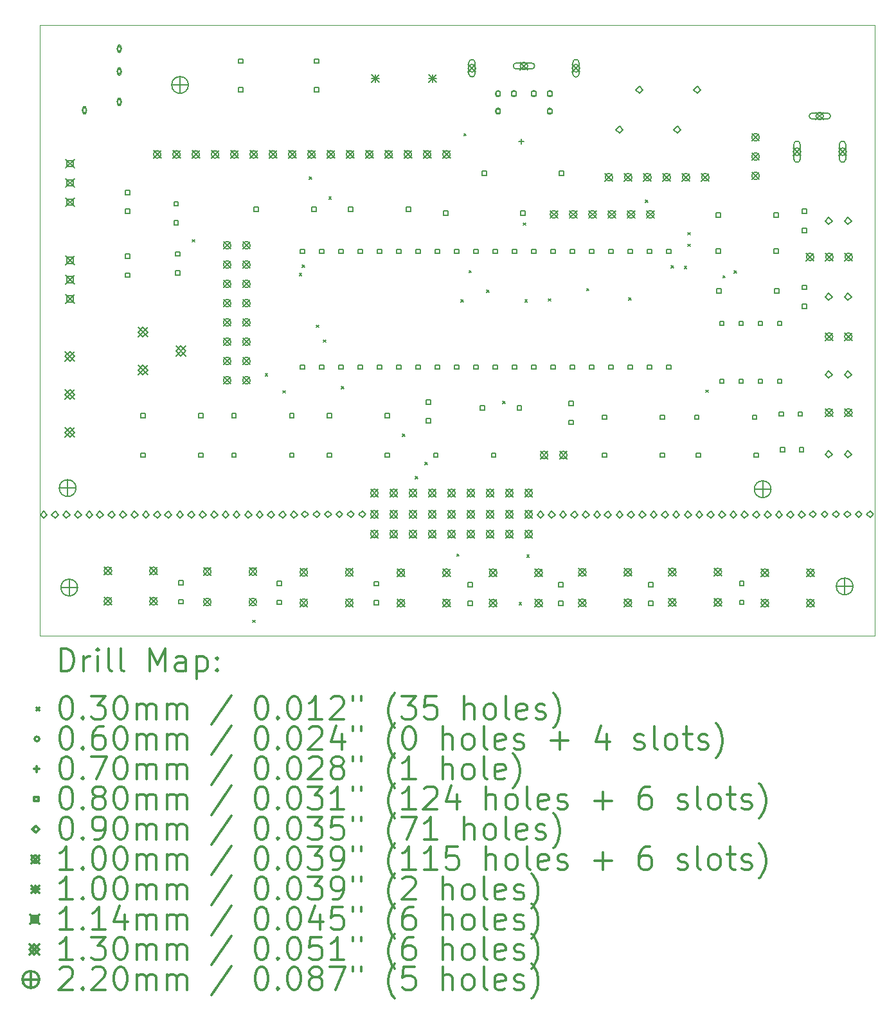
<source format=gbr>
%FSLAX45Y45*%
G04 Gerber Fmt 4.5, Leading zero omitted, Abs format (unit mm)*
G04 Created by KiCad (PCBNEW 5.0.2+dfsg1-1) date lun 11 feb 2019 17:56:47 CET*
%MOMM*%
%LPD*%
G01*
G04 APERTURE LIST*
%ADD10C,0.100000*%
%ADD11C,0.200000*%
%ADD12C,0.300000*%
G04 APERTURE END LIST*
D10*
X21000000Y-5835000D02*
X21000000Y-5595000D01*
X10000000Y-5835000D02*
X10000000Y-5595000D01*
X10000000Y-5593600D02*
X21000000Y-5593600D01*
X10000000Y-13638600D02*
X10000000Y-13338600D01*
X21000000Y-13638600D02*
X21000000Y-13338600D01*
X10000000Y-13338600D02*
X10000000Y-5838600D01*
X21000000Y-13638600D02*
X10000000Y-13638600D01*
X21000000Y-5838600D02*
X21000000Y-13338600D01*
D11*
X12011800Y-8420780D02*
X12041800Y-8450780D01*
X12041800Y-8420780D02*
X12011800Y-8450780D01*
X12809000Y-13435000D02*
X12839000Y-13465000D01*
X12839000Y-13435000D02*
X12809000Y-13465000D01*
X12973000Y-10186000D02*
X13003000Y-10216000D01*
X13003000Y-10186000D02*
X12973000Y-10216000D01*
X13206600Y-10413300D02*
X13236600Y-10443300D01*
X13236600Y-10413300D02*
X13206600Y-10443300D01*
X13422200Y-8865020D02*
X13452200Y-8895020D01*
X13452200Y-8865020D02*
X13422200Y-8895020D01*
X13459200Y-8758740D02*
X13489200Y-8788740D01*
X13489200Y-8758740D02*
X13459200Y-8788740D01*
X13551300Y-7594470D02*
X13581300Y-7624470D01*
X13581300Y-7594470D02*
X13551300Y-7624470D01*
X13646000Y-9549710D02*
X13676000Y-9579710D01*
X13676000Y-9549710D02*
X13646000Y-9579710D01*
X13737530Y-9743000D02*
X13767530Y-9773000D01*
X13767530Y-9743000D02*
X13737530Y-9773000D01*
X13811970Y-7858950D02*
X13841970Y-7888950D01*
X13841970Y-7858950D02*
X13811970Y-7888950D01*
X13978350Y-10357030D02*
X14008350Y-10387030D01*
X14008350Y-10357030D02*
X13978350Y-10387030D01*
X14782400Y-10985300D02*
X14812400Y-11015300D01*
X14812400Y-10985300D02*
X14782400Y-11015300D01*
X14951400Y-11540700D02*
X14981400Y-11570700D01*
X14981400Y-11540700D02*
X14951400Y-11570700D01*
X15075550Y-11355390D02*
X15105550Y-11385390D01*
X15105550Y-11355390D02*
X15075550Y-11385390D01*
X15498200Y-12561000D02*
X15528200Y-12591000D01*
X15528200Y-12561000D02*
X15498200Y-12591000D01*
X15552380Y-9215490D02*
X15582380Y-9245490D01*
X15582380Y-9215490D02*
X15552380Y-9245490D01*
X15589400Y-7024570D02*
X15619400Y-7054570D01*
X15619400Y-7024570D02*
X15589400Y-7054570D01*
X15656060Y-8830420D02*
X15686060Y-8860420D01*
X15686060Y-8830420D02*
X15656060Y-8860420D01*
X15890900Y-9085000D02*
X15920900Y-9115000D01*
X15920900Y-9085000D02*
X15890900Y-9115000D01*
X16100200Y-10551700D02*
X16130200Y-10581700D01*
X16130200Y-10551700D02*
X16100200Y-10581700D01*
X16318200Y-13200100D02*
X16348200Y-13230100D01*
X16348200Y-13200100D02*
X16318200Y-13230100D01*
X16370700Y-8201740D02*
X16400700Y-8231740D01*
X16400700Y-8201740D02*
X16370700Y-8231740D01*
X16393170Y-9215490D02*
X16423170Y-9245490D01*
X16423170Y-9215490D02*
X16393170Y-9245490D01*
X16418300Y-12575100D02*
X16448300Y-12605100D01*
X16448300Y-12575100D02*
X16418300Y-12605100D01*
X16702270Y-9199720D02*
X16732270Y-9229720D01*
X16732270Y-9199720D02*
X16702270Y-9229720D01*
X17206700Y-9066000D02*
X17236700Y-9096000D01*
X17236700Y-9066000D02*
X17206700Y-9096000D01*
X17758970Y-9186830D02*
X17788970Y-9216830D01*
X17788970Y-9186830D02*
X17758970Y-9216830D01*
X17982600Y-7900190D02*
X18012600Y-7930190D01*
X18012600Y-7900190D02*
X17982600Y-7930190D01*
X18320200Y-8767060D02*
X18350200Y-8797060D01*
X18350200Y-8767060D02*
X18320200Y-8797060D01*
X18491650Y-8772230D02*
X18521650Y-8802230D01*
X18521650Y-8772230D02*
X18491650Y-8802230D01*
X18540930Y-8329760D02*
X18570930Y-8359760D01*
X18570930Y-8329760D02*
X18540930Y-8359760D01*
X18540930Y-8480400D02*
X18570930Y-8510400D01*
X18570930Y-8480400D02*
X18540930Y-8510400D01*
X18775900Y-10401600D02*
X18805900Y-10431600D01*
X18805900Y-10401600D02*
X18775900Y-10431600D01*
X19001200Y-8894990D02*
X19031200Y-8924990D01*
X19031200Y-8894990D02*
X19001200Y-8924990D01*
X19149390Y-8830930D02*
X19179390Y-8860930D01*
X19179390Y-8830930D02*
X19149390Y-8860930D01*
X10620400Y-6718000D02*
G75*
G03X10620400Y-6718000I-30000J0D01*
G01*
X10570400Y-6688000D02*
X10570400Y-6748000D01*
X10610400Y-6688000D02*
X10610400Y-6748000D01*
X10570400Y-6748000D02*
G75*
G03X10610400Y-6748000I20000J0D01*
G01*
X10610400Y-6688000D02*
G75*
G03X10570400Y-6688000I-20000J0D01*
G01*
X11080400Y-5908000D02*
G75*
G03X11080400Y-5908000I-30000J0D01*
G01*
X11030400Y-5878000D02*
X11030400Y-5938000D01*
X11070400Y-5878000D02*
X11070400Y-5938000D01*
X11030400Y-5938000D02*
G75*
G03X11070400Y-5938000I20000J0D01*
G01*
X11070400Y-5878000D02*
G75*
G03X11030400Y-5878000I-20000J0D01*
G01*
X11080400Y-6208000D02*
G75*
G03X11080400Y-6208000I-30000J0D01*
G01*
X11030400Y-6178000D02*
X11030400Y-6238000D01*
X11070400Y-6178000D02*
X11070400Y-6238000D01*
X11030400Y-6238000D02*
G75*
G03X11070400Y-6238000I20000J0D01*
G01*
X11070400Y-6178000D02*
G75*
G03X11030400Y-6178000I-20000J0D01*
G01*
X11080400Y-6608000D02*
G75*
G03X11080400Y-6608000I-30000J0D01*
G01*
X11030400Y-6578000D02*
X11030400Y-6638000D01*
X11070400Y-6578000D02*
X11070400Y-6638000D01*
X11030400Y-6638000D02*
G75*
G03X11070400Y-6638000I20000J0D01*
G01*
X11070400Y-6578000D02*
G75*
G03X11030400Y-6578000I-20000J0D01*
G01*
X16346910Y-7094850D02*
X16346910Y-7164850D01*
X16311910Y-7129850D02*
X16381910Y-7129850D01*
X18686285Y-10788285D02*
X18686285Y-10731716D01*
X18629716Y-10731716D01*
X18629716Y-10788285D01*
X18686285Y-10788285D01*
X19448285Y-10788285D02*
X19448285Y-10731716D01*
X19391716Y-10731716D01*
X19391716Y-10788285D01*
X19448285Y-10788285D01*
X15378284Y-8103284D02*
X15378284Y-8046715D01*
X15321715Y-8046715D01*
X15321715Y-8103284D01*
X15378284Y-8103284D01*
X16394284Y-8103284D02*
X16394284Y-8046715D01*
X16337715Y-8046715D01*
X16337715Y-8103284D01*
X16394284Y-8103284D01*
X14128284Y-8053284D02*
X14128284Y-7996715D01*
X14071715Y-7996715D01*
X14071715Y-8053284D01*
X14128284Y-8053284D01*
X14890284Y-8053284D02*
X14890284Y-7996715D01*
X14833715Y-7996715D01*
X14833715Y-8053284D01*
X14890284Y-8053284D01*
X11893284Y-12968284D02*
X11893284Y-12911715D01*
X11836715Y-12911715D01*
X11836715Y-12968284D01*
X11893284Y-12968284D01*
X11893284Y-13218284D02*
X11893284Y-13161715D01*
X11836715Y-13161715D01*
X11836715Y-13218284D01*
X11893284Y-13218284D01*
X13678284Y-6098284D02*
X13678284Y-6041715D01*
X13621715Y-6041715D01*
X13621715Y-6098284D01*
X13678284Y-6098284D01*
X13678284Y-6478284D02*
X13678284Y-6421715D01*
X13621715Y-6421715D01*
X13621715Y-6478284D01*
X13678284Y-6478284D01*
X15860284Y-10668285D02*
X15860284Y-10611716D01*
X15803715Y-10611716D01*
X15803715Y-10668285D01*
X15860284Y-10668285D01*
X16348284Y-10668285D02*
X16348284Y-10611716D01*
X16291715Y-10611716D01*
X16291715Y-10668285D01*
X16348284Y-10668285D01*
X11848284Y-8638285D02*
X11848284Y-8581716D01*
X11791715Y-8581716D01*
X11791715Y-8638285D01*
X11848284Y-8638285D01*
X11848284Y-8888285D02*
X11848284Y-8831716D01*
X11791715Y-8831716D01*
X11791715Y-8888285D01*
X11848284Y-8888285D01*
X18706285Y-11288284D02*
X18706285Y-11231715D01*
X18649716Y-11231715D01*
X18649716Y-11288284D01*
X18706285Y-11288284D01*
X19468285Y-11288284D02*
X19468285Y-11231715D01*
X19411716Y-11231715D01*
X19411716Y-11288284D01*
X19468285Y-11288284D01*
X11828284Y-7978284D02*
X11828284Y-7921715D01*
X11771715Y-7921715D01*
X11771715Y-7978284D01*
X11828284Y-7978284D01*
X11828284Y-8228284D02*
X11828284Y-8171715D01*
X11771715Y-8171715D01*
X11771715Y-8228284D01*
X11828284Y-8228284D01*
X12678284Y-6098284D02*
X12678284Y-6041715D01*
X12621715Y-6041715D01*
X12621715Y-6098284D01*
X12678284Y-6098284D01*
X12678284Y-6478284D02*
X12678284Y-6421715D01*
X12621715Y-6421715D01*
X12621715Y-6478284D01*
X12678284Y-6478284D01*
X13848284Y-10768285D02*
X13848284Y-10711716D01*
X13791715Y-10711716D01*
X13791715Y-10768285D01*
X13848284Y-10768285D01*
X14610284Y-10768285D02*
X14610284Y-10711716D01*
X14553715Y-10711716D01*
X14553715Y-10768285D01*
X14610284Y-10768285D01*
X12588284Y-11288284D02*
X12588284Y-11231715D01*
X12531715Y-11231715D01*
X12531715Y-11288284D01*
X12588284Y-11288284D01*
X13350284Y-11288284D02*
X13350284Y-11231715D01*
X13293715Y-11231715D01*
X13293715Y-11288284D01*
X13350284Y-11288284D01*
X12588284Y-10768285D02*
X12588284Y-10711716D01*
X12531715Y-10711716D01*
X12531715Y-10768285D01*
X12588284Y-10768285D01*
X13350284Y-10768285D02*
X13350284Y-10711716D01*
X13293715Y-10711716D01*
X13293715Y-10768285D01*
X13350284Y-10768285D01*
X12878284Y-8053284D02*
X12878284Y-7996715D01*
X12821715Y-7996715D01*
X12821715Y-8053284D01*
X12878284Y-8053284D01*
X13640284Y-8053284D02*
X13640284Y-7996715D01*
X13583715Y-7996715D01*
X13583715Y-8053284D01*
X13640284Y-8053284D01*
X20103285Y-9078285D02*
X20103285Y-9021716D01*
X20046716Y-9021716D01*
X20046716Y-9078285D01*
X20103285Y-9078285D01*
X20103285Y-9328285D02*
X20103285Y-9271716D01*
X20046716Y-9271716D01*
X20046716Y-9328285D01*
X20103285Y-9328285D01*
X15703284Y-12993284D02*
X15703284Y-12936715D01*
X15646715Y-12936715D01*
X15646715Y-12993284D01*
X15703284Y-12993284D01*
X15703284Y-13243284D02*
X15703284Y-13186715D01*
X15646715Y-13186715D01*
X15646715Y-13243284D01*
X15703284Y-13243284D01*
X18078285Y-12993284D02*
X18078285Y-12936715D01*
X18021716Y-12936715D01*
X18021716Y-12993284D01*
X18078285Y-12993284D01*
X18078285Y-13243284D02*
X18078285Y-13186715D01*
X18021716Y-13186715D01*
X18021716Y-13243284D01*
X18078285Y-13243284D01*
X13493284Y-8604285D02*
X13493284Y-8547716D01*
X13436715Y-8547716D01*
X13436715Y-8604285D01*
X13493284Y-8604285D01*
X13493284Y-10128285D02*
X13493284Y-10071716D01*
X13436715Y-10071716D01*
X13436715Y-10128285D01*
X13493284Y-10128285D01*
X13747284Y-8604285D02*
X13747284Y-8547716D01*
X13690715Y-8547716D01*
X13690715Y-8604285D01*
X13747284Y-8604285D01*
X13747284Y-10128285D02*
X13747284Y-10071716D01*
X13690715Y-10071716D01*
X13690715Y-10128285D01*
X13747284Y-10128285D01*
X14001284Y-8604285D02*
X14001284Y-8547716D01*
X13944715Y-8547716D01*
X13944715Y-8604285D01*
X14001284Y-8604285D01*
X14001284Y-10128285D02*
X14001284Y-10071716D01*
X13944715Y-10071716D01*
X13944715Y-10128285D01*
X14001284Y-10128285D01*
X14255284Y-8604285D02*
X14255284Y-8547716D01*
X14198715Y-8547716D01*
X14198715Y-8604285D01*
X14255284Y-8604285D01*
X14255284Y-10128285D02*
X14255284Y-10071716D01*
X14198715Y-10071716D01*
X14198715Y-10128285D01*
X14255284Y-10128285D01*
X14509284Y-8604285D02*
X14509284Y-8547716D01*
X14452715Y-8547716D01*
X14452715Y-8604285D01*
X14509284Y-8604285D01*
X14509284Y-10128285D02*
X14509284Y-10071716D01*
X14452715Y-10071716D01*
X14452715Y-10128285D01*
X14509284Y-10128285D01*
X14763284Y-8604285D02*
X14763284Y-8547716D01*
X14706715Y-8547716D01*
X14706715Y-8604285D01*
X14763284Y-8604285D01*
X14763284Y-10128285D02*
X14763284Y-10071716D01*
X14706715Y-10071716D01*
X14706715Y-10128285D01*
X14763284Y-10128285D01*
X15017284Y-8604285D02*
X15017284Y-8547716D01*
X14960715Y-8547716D01*
X14960715Y-8604285D01*
X15017284Y-8604285D01*
X15017284Y-10128285D02*
X15017284Y-10071716D01*
X14960715Y-10071716D01*
X14960715Y-10128285D01*
X15017284Y-10128285D01*
X15271284Y-8604285D02*
X15271284Y-8547716D01*
X15214715Y-8547716D01*
X15214715Y-8604285D01*
X15271284Y-8604285D01*
X15271284Y-10128285D02*
X15271284Y-10071716D01*
X15214715Y-10071716D01*
X15214715Y-10128285D01*
X15271284Y-10128285D01*
X15525284Y-8604285D02*
X15525284Y-8547716D01*
X15468715Y-8547716D01*
X15468715Y-8604285D01*
X15525284Y-8604285D01*
X15525284Y-10128285D02*
X15525284Y-10071716D01*
X15468715Y-10071716D01*
X15468715Y-10128285D01*
X15525284Y-10128285D01*
X15779284Y-8604285D02*
X15779284Y-8547716D01*
X15722715Y-8547716D01*
X15722715Y-8604285D01*
X15779284Y-8604285D01*
X15779284Y-10128285D02*
X15779284Y-10071716D01*
X15722715Y-10071716D01*
X15722715Y-10128285D01*
X15779284Y-10128285D01*
X16033284Y-8604285D02*
X16033284Y-8547716D01*
X15976715Y-8547716D01*
X15976715Y-8604285D01*
X16033284Y-8604285D01*
X16033284Y-10128285D02*
X16033284Y-10071716D01*
X15976715Y-10071716D01*
X15976715Y-10128285D01*
X16033284Y-10128285D01*
X16287284Y-8604285D02*
X16287284Y-8547716D01*
X16230715Y-8547716D01*
X16230715Y-8604285D01*
X16287284Y-8604285D01*
X16287284Y-10128285D02*
X16287284Y-10071716D01*
X16230715Y-10071716D01*
X16230715Y-10128285D01*
X16287284Y-10128285D01*
X16541284Y-8604285D02*
X16541284Y-8547716D01*
X16484715Y-8547716D01*
X16484715Y-8604285D01*
X16541284Y-8604285D01*
X16541284Y-10128285D02*
X16541284Y-10071716D01*
X16484715Y-10071716D01*
X16484715Y-10128285D01*
X16541284Y-10128285D01*
X16795285Y-8604285D02*
X16795285Y-8547716D01*
X16738715Y-8547716D01*
X16738715Y-8604285D01*
X16795285Y-8604285D01*
X16795285Y-10128285D02*
X16795285Y-10071716D01*
X16738715Y-10071716D01*
X16738715Y-10128285D01*
X16795285Y-10128285D01*
X17049285Y-8604285D02*
X17049285Y-8547716D01*
X16992716Y-8547716D01*
X16992716Y-8604285D01*
X17049285Y-8604285D01*
X17049285Y-10128285D02*
X17049285Y-10071716D01*
X16992716Y-10071716D01*
X16992716Y-10128285D01*
X17049285Y-10128285D01*
X17303285Y-8604285D02*
X17303285Y-8547716D01*
X17246716Y-8547716D01*
X17246716Y-8604285D01*
X17303285Y-8604285D01*
X17303285Y-10128285D02*
X17303285Y-10071716D01*
X17246716Y-10071716D01*
X17246716Y-10128285D01*
X17303285Y-10128285D01*
X17557285Y-8604285D02*
X17557285Y-8547716D01*
X17500716Y-8547716D01*
X17500716Y-8604285D01*
X17557285Y-8604285D01*
X17557285Y-10128285D02*
X17557285Y-10071716D01*
X17500716Y-10071716D01*
X17500716Y-10128285D01*
X17557285Y-10128285D01*
X17811285Y-8604285D02*
X17811285Y-8547716D01*
X17754716Y-8547716D01*
X17754716Y-8604285D01*
X17811285Y-8604285D01*
X17811285Y-10128285D02*
X17811285Y-10071716D01*
X17754716Y-10071716D01*
X17754716Y-10128285D01*
X17811285Y-10128285D01*
X18065285Y-8604285D02*
X18065285Y-8547716D01*
X18008716Y-8547716D01*
X18008716Y-8604285D01*
X18065285Y-8604285D01*
X18065285Y-10128285D02*
X18065285Y-10071716D01*
X18008716Y-10071716D01*
X18008716Y-10128285D01*
X18065285Y-10128285D01*
X18319285Y-8604285D02*
X18319285Y-8547716D01*
X18262716Y-8547716D01*
X18262716Y-8604285D01*
X18319285Y-8604285D01*
X18319285Y-10128285D02*
X18319285Y-10071716D01*
X18262716Y-10071716D01*
X18262716Y-10128285D01*
X18319285Y-10128285D01*
X14463284Y-12983284D02*
X14463284Y-12926715D01*
X14406715Y-12926715D01*
X14406715Y-12983284D01*
X14463284Y-12983284D01*
X14463284Y-13233284D02*
X14463284Y-13176715D01*
X14406715Y-13176715D01*
X14406715Y-13233284D01*
X14463284Y-13233284D01*
X18966285Y-8128284D02*
X18966285Y-8071715D01*
X18909716Y-8071715D01*
X18909716Y-8128284D01*
X18966285Y-8128284D01*
X19728285Y-8128284D02*
X19728285Y-8071715D01*
X19671716Y-8071715D01*
X19671716Y-8128284D01*
X19728285Y-8128284D01*
X16893285Y-12993284D02*
X16893285Y-12936715D01*
X16836716Y-12936715D01*
X16836716Y-12993284D01*
X16893285Y-12993284D01*
X16893285Y-13243284D02*
X16893285Y-13186715D01*
X16836716Y-13186715D01*
X16836716Y-13243284D01*
X16893285Y-13243284D01*
X15887284Y-7578284D02*
X15887284Y-7521715D01*
X15830715Y-7521715D01*
X15830715Y-7578284D01*
X15887284Y-7578284D01*
X16903285Y-7578284D02*
X16903285Y-7521715D01*
X16846716Y-7521715D01*
X16846716Y-7578284D01*
X16903285Y-7578284D01*
X19278285Y-12978284D02*
X19278285Y-12921715D01*
X19221716Y-12921715D01*
X19221716Y-12978284D01*
X19278285Y-12978284D01*
X19278285Y-13228284D02*
X19278285Y-13171715D01*
X19221716Y-13171715D01*
X19221716Y-13228284D01*
X19278285Y-13228284D01*
X20103285Y-8078284D02*
X20103285Y-8021715D01*
X20046716Y-8021715D01*
X20046716Y-8078284D01*
X20103285Y-8078284D01*
X20103285Y-8328284D02*
X20103285Y-8271715D01*
X20046716Y-8271715D01*
X20046716Y-8328284D01*
X20103285Y-8328284D01*
X19814285Y-11217284D02*
X19814285Y-11160716D01*
X19757716Y-11160716D01*
X19757716Y-11217284D01*
X19814285Y-11217284D01*
X20064285Y-11217284D02*
X20064285Y-11160716D01*
X20007716Y-11160716D01*
X20007716Y-11217284D01*
X20064285Y-11217284D01*
X13183284Y-12978284D02*
X13183284Y-12921715D01*
X13126715Y-12921715D01*
X13126715Y-12978284D01*
X13183284Y-12978284D01*
X13183284Y-13228284D02*
X13183284Y-13171715D01*
X13126715Y-13171715D01*
X13126715Y-13228284D01*
X13183284Y-13228284D01*
X11388284Y-11288284D02*
X11388284Y-11231715D01*
X11331715Y-11231715D01*
X11331715Y-11288284D01*
X11388284Y-11288284D01*
X12150284Y-11288284D02*
X12150284Y-11231715D01*
X12093715Y-11231715D01*
X12093715Y-11288284D01*
X12150284Y-11288284D01*
X16068284Y-6528284D02*
X16068284Y-6471715D01*
X16011715Y-6471715D01*
X16011715Y-6528284D01*
X16068284Y-6528284D01*
X16070000Y-6510000D02*
X16070000Y-6490000D01*
X16010000Y-6510000D02*
X16010000Y-6490000D01*
X16070000Y-6490000D02*
G75*
G03X16010000Y-6490000I-30000J0D01*
G01*
X16010000Y-6510000D02*
G75*
G03X16070000Y-6510000I30000J0D01*
G01*
X16068284Y-6758284D02*
X16068284Y-6701715D01*
X16011715Y-6701715D01*
X16011715Y-6758284D01*
X16068284Y-6758284D01*
X16070000Y-6740000D02*
X16070000Y-6720000D01*
X16010000Y-6740000D02*
X16010000Y-6720000D01*
X16070000Y-6720000D02*
G75*
G03X16010000Y-6720000I-30000J0D01*
G01*
X16010000Y-6740000D02*
G75*
G03X16070000Y-6740000I30000J0D01*
G01*
X16278284Y-6528284D02*
X16278284Y-6471715D01*
X16221715Y-6471715D01*
X16221715Y-6528284D01*
X16278284Y-6528284D01*
X16280000Y-6510000D02*
X16280000Y-6490000D01*
X16220000Y-6510000D02*
X16220000Y-6490000D01*
X16280000Y-6490000D02*
G75*
G03X16220000Y-6490000I-30000J0D01*
G01*
X16220000Y-6510000D02*
G75*
G03X16280000Y-6510000I30000J0D01*
G01*
X16538284Y-6528284D02*
X16538284Y-6471715D01*
X16481715Y-6471715D01*
X16481715Y-6528284D01*
X16538284Y-6528284D01*
X16540000Y-6510000D02*
X16540000Y-6490000D01*
X16480000Y-6510000D02*
X16480000Y-6490000D01*
X16540000Y-6490000D02*
G75*
G03X16480000Y-6490000I-30000J0D01*
G01*
X16480000Y-6510000D02*
G75*
G03X16540000Y-6510000I30000J0D01*
G01*
X16748284Y-6528284D02*
X16748284Y-6471715D01*
X16691715Y-6471715D01*
X16691715Y-6528284D01*
X16748284Y-6528284D01*
X16750000Y-6510000D02*
X16750000Y-6490000D01*
X16690000Y-6510000D02*
X16690000Y-6490000D01*
X16750000Y-6490000D02*
G75*
G03X16690000Y-6490000I-30000J0D01*
G01*
X16690000Y-6510000D02*
G75*
G03X16750000Y-6510000I30000J0D01*
G01*
X16748284Y-6758284D02*
X16748284Y-6701715D01*
X16691715Y-6701715D01*
X16691715Y-6758284D01*
X16748284Y-6758284D01*
X16750000Y-6740000D02*
X16750000Y-6720000D01*
X16690000Y-6740000D02*
X16690000Y-6720000D01*
X16750000Y-6720000D02*
G75*
G03X16690000Y-6720000I-30000J0D01*
G01*
X16690000Y-6740000D02*
G75*
G03X16750000Y-6740000I30000J0D01*
G01*
X11188284Y-8668285D02*
X11188284Y-8611716D01*
X11131716Y-8611716D01*
X11131716Y-8668285D01*
X11188284Y-8668285D01*
X11188284Y-8918285D02*
X11188284Y-8861716D01*
X11131716Y-8861716D01*
X11131716Y-8918285D01*
X11188284Y-8918285D01*
X11188284Y-7828284D02*
X11188284Y-7771715D01*
X11131716Y-7771715D01*
X11131716Y-7828284D01*
X11188284Y-7828284D01*
X11188284Y-8078284D02*
X11188284Y-8021715D01*
X11131716Y-8021715D01*
X11131716Y-8078284D01*
X11188284Y-8078284D01*
X19016285Y-9553285D02*
X19016285Y-9496716D01*
X18959716Y-9496716D01*
X18959716Y-9553285D01*
X19016285Y-9553285D01*
X19016285Y-10315285D02*
X19016285Y-10258716D01*
X18959716Y-10258716D01*
X18959716Y-10315285D01*
X19016285Y-10315285D01*
X19270285Y-9553285D02*
X19270285Y-9496716D01*
X19213716Y-9496716D01*
X19213716Y-9553285D01*
X19270285Y-9553285D01*
X19270285Y-10315285D02*
X19270285Y-10258716D01*
X19213716Y-10258716D01*
X19213716Y-10315285D01*
X19270285Y-10315285D01*
X19524285Y-9553285D02*
X19524285Y-9496716D01*
X19467716Y-9496716D01*
X19467716Y-9553285D01*
X19524285Y-9553285D01*
X19524285Y-10315285D02*
X19524285Y-10258716D01*
X19467716Y-10258716D01*
X19467716Y-10315285D01*
X19524285Y-10315285D01*
X19778285Y-9553285D02*
X19778285Y-9496716D01*
X19721716Y-9496716D01*
X19721716Y-9553285D01*
X19778285Y-9553285D01*
X19778285Y-10315285D02*
X19778285Y-10258716D01*
X19721716Y-10258716D01*
X19721716Y-10315285D01*
X19778285Y-10315285D01*
X18978285Y-9128285D02*
X18978285Y-9071716D01*
X18921716Y-9071716D01*
X18921716Y-9128285D01*
X18978285Y-9128285D01*
X19740285Y-9128285D02*
X19740285Y-9071716D01*
X19683716Y-9071716D01*
X19683716Y-9128285D01*
X19740285Y-9128285D01*
X17028285Y-10608285D02*
X17028285Y-10551716D01*
X16971716Y-10551716D01*
X16971716Y-10608285D01*
X17028285Y-10608285D01*
X17028285Y-10858285D02*
X17028285Y-10801716D01*
X16971716Y-10801716D01*
X16971716Y-10858285D01*
X17028285Y-10858285D01*
X15248284Y-11288284D02*
X15248284Y-11231715D01*
X15191715Y-11231715D01*
X15191715Y-11288284D01*
X15248284Y-11288284D01*
X16010284Y-11288284D02*
X16010284Y-11231715D01*
X15953715Y-11231715D01*
X15953715Y-11288284D01*
X16010284Y-11288284D01*
X18966285Y-8603285D02*
X18966285Y-8546716D01*
X18909716Y-8546716D01*
X18909716Y-8603285D01*
X18966285Y-8603285D01*
X19728285Y-8603285D02*
X19728285Y-8546716D01*
X19671716Y-8546716D01*
X19671716Y-8603285D01*
X19728285Y-8603285D01*
X17468285Y-11288284D02*
X17468285Y-11231715D01*
X17411716Y-11231715D01*
X17411716Y-11288284D01*
X17468285Y-11288284D01*
X18230285Y-11288284D02*
X18230285Y-11231715D01*
X18173716Y-11231715D01*
X18173716Y-11288284D01*
X18230285Y-11288284D01*
X11388284Y-10768285D02*
X11388284Y-10711716D01*
X11331715Y-10711716D01*
X11331715Y-10768285D01*
X11388284Y-10768285D01*
X12150284Y-10768285D02*
X12150284Y-10711716D01*
X12093715Y-10711716D01*
X12093715Y-10768285D01*
X12150284Y-10768285D01*
X15148284Y-10588285D02*
X15148284Y-10531716D01*
X15091715Y-10531716D01*
X15091715Y-10588285D01*
X15148284Y-10588285D01*
X15148284Y-10838285D02*
X15148284Y-10781716D01*
X15091715Y-10781716D01*
X15091715Y-10838285D01*
X15148284Y-10838285D01*
X19798285Y-10748285D02*
X19798285Y-10691716D01*
X19741716Y-10691716D01*
X19741716Y-10748285D01*
X19798285Y-10748285D01*
X20048285Y-10748285D02*
X20048285Y-10691716D01*
X19991716Y-10691716D01*
X19991716Y-10748285D01*
X20048285Y-10748285D01*
X17468285Y-10788285D02*
X17468285Y-10731716D01*
X17411716Y-10731716D01*
X17411716Y-10788285D01*
X17468285Y-10788285D01*
X18230285Y-10788285D02*
X18230285Y-10731716D01*
X18173716Y-10731716D01*
X18173716Y-10788285D01*
X18230285Y-10788285D01*
X13848284Y-11288284D02*
X13848284Y-11231715D01*
X13791715Y-11231715D01*
X13791715Y-11288284D01*
X13848284Y-11288284D01*
X14610284Y-11288284D02*
X14610284Y-11231715D01*
X14553715Y-11231715D01*
X14553715Y-11288284D01*
X14610284Y-11288284D01*
X10055000Y-12090000D02*
X10100000Y-12045000D01*
X10055000Y-12000000D01*
X10010000Y-12045000D01*
X10055000Y-12090000D01*
X10205000Y-12090000D02*
X10250000Y-12045000D01*
X10205000Y-12000000D01*
X10160000Y-12045000D01*
X10205000Y-12090000D01*
X10355000Y-12090000D02*
X10400000Y-12045000D01*
X10355000Y-12000000D01*
X10310000Y-12045000D01*
X10355000Y-12090000D01*
X10505000Y-12090000D02*
X10550000Y-12045000D01*
X10505000Y-12000000D01*
X10460000Y-12045000D01*
X10505000Y-12090000D01*
X10655000Y-12090000D02*
X10700000Y-12045000D01*
X10655000Y-12000000D01*
X10610000Y-12045000D01*
X10655000Y-12090000D01*
X10795000Y-12090000D02*
X10840000Y-12045000D01*
X10795000Y-12000000D01*
X10750000Y-12045000D01*
X10795000Y-12090000D01*
X10950000Y-12090000D02*
X10995000Y-12045000D01*
X10950000Y-12000000D01*
X10905000Y-12045000D01*
X10950000Y-12090000D01*
X11100000Y-12090000D02*
X11145000Y-12045000D01*
X11100000Y-12000000D01*
X11055000Y-12045000D01*
X11100000Y-12090000D01*
X11250000Y-12090000D02*
X11295000Y-12045000D01*
X11250000Y-12000000D01*
X11205000Y-12045000D01*
X11250000Y-12090000D01*
X11400000Y-12090000D02*
X11445000Y-12045000D01*
X11400000Y-12000000D01*
X11355000Y-12045000D01*
X11400000Y-12090000D01*
X11550000Y-12090000D02*
X11595000Y-12045000D01*
X11550000Y-12000000D01*
X11505000Y-12045000D01*
X11550000Y-12090000D01*
X11695000Y-12090000D02*
X11740000Y-12045000D01*
X11695000Y-12000000D01*
X11650000Y-12045000D01*
X11695000Y-12090000D01*
X11850000Y-12090000D02*
X11895000Y-12045000D01*
X11850000Y-12000000D01*
X11805000Y-12045000D01*
X11850000Y-12090000D01*
X12000000Y-12090000D02*
X12045000Y-12045000D01*
X12000000Y-12000000D01*
X11955000Y-12045000D01*
X12000000Y-12090000D01*
X12150000Y-12090000D02*
X12195000Y-12045000D01*
X12150000Y-12000000D01*
X12105000Y-12045000D01*
X12150000Y-12090000D01*
X12300000Y-12090000D02*
X12345000Y-12045000D01*
X12300000Y-12000000D01*
X12255000Y-12045000D01*
X12300000Y-12090000D01*
X12450000Y-12090000D02*
X12495000Y-12045000D01*
X12450000Y-12000000D01*
X12405000Y-12045000D01*
X12450000Y-12090000D01*
X12595000Y-12090000D02*
X12640000Y-12045000D01*
X12595000Y-12000000D01*
X12550000Y-12045000D01*
X12595000Y-12090000D01*
X12750000Y-12090000D02*
X12795000Y-12045000D01*
X12750000Y-12000000D01*
X12705000Y-12045000D01*
X12750000Y-12090000D01*
X12900000Y-12090000D02*
X12945000Y-12045000D01*
X12900000Y-12000000D01*
X12855000Y-12045000D01*
X12900000Y-12090000D01*
X13050000Y-12090000D02*
X13095000Y-12045000D01*
X13050000Y-12000000D01*
X13005000Y-12045000D01*
X13050000Y-12090000D01*
X13200000Y-12090000D02*
X13245000Y-12045000D01*
X13200000Y-12000000D01*
X13155000Y-12045000D01*
X13200000Y-12090000D01*
X13350000Y-12090000D02*
X13395000Y-12045000D01*
X13350000Y-12000000D01*
X13305000Y-12045000D01*
X13350000Y-12090000D01*
X13495000Y-12085000D02*
X13540000Y-12040000D01*
X13495000Y-11995000D01*
X13450000Y-12040000D01*
X13495000Y-12085000D01*
X13650000Y-12085000D02*
X13695000Y-12040000D01*
X13650000Y-11995000D01*
X13605000Y-12040000D01*
X13650000Y-12085000D01*
X13800000Y-12085000D02*
X13845000Y-12040000D01*
X13800000Y-11995000D01*
X13755000Y-12040000D01*
X13800000Y-12085000D01*
X13950000Y-12085000D02*
X13995000Y-12040000D01*
X13950000Y-11995000D01*
X13905000Y-12040000D01*
X13950000Y-12085000D01*
X14100000Y-12085000D02*
X14145000Y-12040000D01*
X14100000Y-11995000D01*
X14055000Y-12040000D01*
X14100000Y-12085000D01*
X14250000Y-12085000D02*
X14295000Y-12040000D01*
X14250000Y-11995000D01*
X14205000Y-12040000D01*
X14250000Y-12085000D01*
X16600000Y-12090000D02*
X16645000Y-12045000D01*
X16600000Y-12000000D01*
X16555000Y-12045000D01*
X16600000Y-12090000D01*
X16745000Y-12090000D02*
X16790000Y-12045000D01*
X16745000Y-12000000D01*
X16700000Y-12045000D01*
X16745000Y-12090000D01*
X16895000Y-12090000D02*
X16940000Y-12045000D01*
X16895000Y-12000000D01*
X16850000Y-12045000D01*
X16895000Y-12090000D01*
X17045000Y-12090000D02*
X17090000Y-12045000D01*
X17045000Y-12000000D01*
X17000000Y-12045000D01*
X17045000Y-12090000D01*
X17195000Y-12090000D02*
X17240000Y-12045000D01*
X17195000Y-12000000D01*
X17150000Y-12045000D01*
X17195000Y-12090000D01*
X17345000Y-12090000D02*
X17390000Y-12045000D01*
X17345000Y-12000000D01*
X17300000Y-12045000D01*
X17345000Y-12090000D01*
X17485000Y-12090000D02*
X17530000Y-12045000D01*
X17485000Y-12000000D01*
X17440000Y-12045000D01*
X17485000Y-12090000D01*
X17640000Y-12090000D02*
X17685000Y-12045000D01*
X17640000Y-12000000D01*
X17595000Y-12045000D01*
X17640000Y-12090000D01*
X17790000Y-12090000D02*
X17835000Y-12045000D01*
X17790000Y-12000000D01*
X17745000Y-12045000D01*
X17790000Y-12090000D01*
X17940000Y-12090000D02*
X17985000Y-12045000D01*
X17940000Y-12000000D01*
X17895000Y-12045000D01*
X17940000Y-12090000D01*
X18090000Y-12090000D02*
X18135000Y-12045000D01*
X18090000Y-12000000D01*
X18045000Y-12045000D01*
X18090000Y-12090000D01*
X18240000Y-12090000D02*
X18285000Y-12045000D01*
X18240000Y-12000000D01*
X18195000Y-12045000D01*
X18240000Y-12090000D01*
X18385000Y-12090000D02*
X18430000Y-12045000D01*
X18385000Y-12000000D01*
X18340000Y-12045000D01*
X18385000Y-12090000D01*
X18540000Y-12090000D02*
X18585000Y-12045000D01*
X18540000Y-12000000D01*
X18495000Y-12045000D01*
X18540000Y-12090000D01*
X18690000Y-12090000D02*
X18735000Y-12045000D01*
X18690000Y-12000000D01*
X18645000Y-12045000D01*
X18690000Y-12090000D01*
X18840000Y-12090000D02*
X18885000Y-12045000D01*
X18840000Y-12000000D01*
X18795000Y-12045000D01*
X18840000Y-12090000D01*
X18990000Y-12090000D02*
X19035000Y-12045000D01*
X18990000Y-12000000D01*
X18945000Y-12045000D01*
X18990000Y-12090000D01*
X19140000Y-12090000D02*
X19185000Y-12045000D01*
X19140000Y-12000000D01*
X19095000Y-12045000D01*
X19140000Y-12090000D01*
X19285000Y-12090000D02*
X19330000Y-12045000D01*
X19285000Y-12000000D01*
X19240000Y-12045000D01*
X19285000Y-12090000D01*
X19440000Y-12090000D02*
X19485000Y-12045000D01*
X19440000Y-12000000D01*
X19395000Y-12045000D01*
X19440000Y-12090000D01*
X19590000Y-12090000D02*
X19635000Y-12045000D01*
X19590000Y-12000000D01*
X19545000Y-12045000D01*
X19590000Y-12090000D01*
X19740000Y-12090000D02*
X19785000Y-12045000D01*
X19740000Y-12000000D01*
X19695000Y-12045000D01*
X19740000Y-12090000D01*
X19890000Y-12090000D02*
X19935000Y-12045000D01*
X19890000Y-12000000D01*
X19845000Y-12045000D01*
X19890000Y-12090000D01*
X20040000Y-12090000D02*
X20085000Y-12045000D01*
X20040000Y-12000000D01*
X19995000Y-12045000D01*
X20040000Y-12090000D01*
X20185000Y-12085000D02*
X20230000Y-12040000D01*
X20185000Y-11995000D01*
X20140000Y-12040000D01*
X20185000Y-12085000D01*
X20340000Y-12085000D02*
X20385000Y-12040000D01*
X20340000Y-11995000D01*
X20295000Y-12040000D01*
X20340000Y-12085000D01*
X20490000Y-12085000D02*
X20535000Y-12040000D01*
X20490000Y-11995000D01*
X20445000Y-12040000D01*
X20490000Y-12085000D01*
X20640000Y-12085000D02*
X20685000Y-12040000D01*
X20640000Y-11995000D01*
X20595000Y-12040000D01*
X20640000Y-12085000D01*
X20790000Y-12085000D02*
X20835000Y-12040000D01*
X20790000Y-11995000D01*
X20745000Y-12040000D01*
X20790000Y-12085000D01*
X20940000Y-12085000D02*
X20985000Y-12040000D01*
X20940000Y-11995000D01*
X20895000Y-12040000D01*
X20940000Y-12085000D01*
X17900000Y-6495000D02*
X17945000Y-6450000D01*
X17900000Y-6405000D01*
X17855000Y-6450000D01*
X17900000Y-6495000D01*
X18662000Y-6495000D02*
X18707000Y-6450000D01*
X18662000Y-6405000D01*
X18617000Y-6450000D01*
X18662000Y-6495000D01*
X20396000Y-8220000D02*
X20441000Y-8175000D01*
X20396000Y-8130000D01*
X20351000Y-8175000D01*
X20396000Y-8220000D01*
X20650000Y-8220000D02*
X20695000Y-8175000D01*
X20650000Y-8130000D01*
X20605000Y-8175000D01*
X20650000Y-8220000D01*
X17638000Y-7020000D02*
X17683000Y-6975000D01*
X17638000Y-6930000D01*
X17593000Y-6975000D01*
X17638000Y-7020000D01*
X18400000Y-7020000D02*
X18445000Y-6975000D01*
X18400000Y-6930000D01*
X18355000Y-6975000D01*
X18400000Y-7020000D01*
X20396000Y-9220000D02*
X20441000Y-9175000D01*
X20396000Y-9130000D01*
X20351000Y-9175000D01*
X20396000Y-9220000D01*
X20650000Y-9220000D02*
X20695000Y-9175000D01*
X20650000Y-9130000D01*
X20605000Y-9175000D01*
X20650000Y-9220000D01*
X20396000Y-11295000D02*
X20441000Y-11250000D01*
X20396000Y-11205000D01*
X20351000Y-11250000D01*
X20396000Y-11295000D01*
X20650000Y-11295000D02*
X20695000Y-11250000D01*
X20650000Y-11205000D01*
X20605000Y-11250000D01*
X20650000Y-11295000D01*
X20396000Y-10245000D02*
X20441000Y-10200000D01*
X20396000Y-10155000D01*
X20351000Y-10200000D01*
X20396000Y-10245000D01*
X20650000Y-10245000D02*
X20695000Y-10200000D01*
X20650000Y-10155000D01*
X20605000Y-10200000D01*
X20650000Y-10245000D01*
X19927100Y-7214400D02*
X20027100Y-7314400D01*
X20027100Y-7214400D02*
X19927100Y-7314400D01*
X20027100Y-7264400D02*
G75*
G03X20027100Y-7264400I-50000J0D01*
G01*
X20017100Y-7364400D02*
X20017100Y-7164400D01*
X19937100Y-7364400D02*
X19937100Y-7164400D01*
X20017100Y-7164400D02*
G75*
G03X19937100Y-7164400I-40000J0D01*
G01*
X19937100Y-7364400D02*
G75*
G03X20017100Y-7364400I40000J0D01*
G01*
X20227100Y-6744400D02*
X20327100Y-6844400D01*
X20327100Y-6744400D02*
X20227100Y-6844400D01*
X20327100Y-6794400D02*
G75*
G03X20327100Y-6794400I-50000J0D01*
G01*
X20377100Y-6754400D02*
X20177100Y-6754400D01*
X20377100Y-6834400D02*
X20177100Y-6834400D01*
X20177100Y-6754400D02*
G75*
G03X20177100Y-6834400I0J-40000D01*
G01*
X20377100Y-6834400D02*
G75*
G03X20377100Y-6754400I0J40000D01*
G01*
X20527100Y-7214400D02*
X20627100Y-7314400D01*
X20627100Y-7214400D02*
X20527100Y-7314400D01*
X20627100Y-7264400D02*
G75*
G03X20627100Y-7264400I-50000J0D01*
G01*
X20617100Y-7364400D02*
X20617100Y-7164400D01*
X20537100Y-7364400D02*
X20537100Y-7164400D01*
X20617100Y-7164400D02*
G75*
G03X20537100Y-7164400I-40000J0D01*
G01*
X20537100Y-7364400D02*
G75*
G03X20617100Y-7364400I40000J0D01*
G01*
X17450000Y-7550000D02*
X17550000Y-7650000D01*
X17550000Y-7550000D02*
X17450000Y-7650000D01*
X17550000Y-7600000D02*
G75*
G03X17550000Y-7600000I-50000J0D01*
G01*
X17704000Y-7550000D02*
X17804000Y-7650000D01*
X17804000Y-7550000D02*
X17704000Y-7650000D01*
X17804000Y-7600000D02*
G75*
G03X17804000Y-7600000I-50000J0D01*
G01*
X17958000Y-7550000D02*
X18058000Y-7650000D01*
X18058000Y-7550000D02*
X17958000Y-7650000D01*
X18058000Y-7600000D02*
G75*
G03X18058000Y-7600000I-50000J0D01*
G01*
X18212000Y-7550000D02*
X18312000Y-7650000D01*
X18312000Y-7550000D02*
X18212000Y-7650000D01*
X18312000Y-7600000D02*
G75*
G03X18312000Y-7600000I-50000J0D01*
G01*
X18466000Y-7550000D02*
X18566000Y-7650000D01*
X18566000Y-7550000D02*
X18466000Y-7650000D01*
X18566000Y-7600000D02*
G75*
G03X18566000Y-7600000I-50000J0D01*
G01*
X18720000Y-7550000D02*
X18820000Y-7650000D01*
X18820000Y-7550000D02*
X18720000Y-7650000D01*
X18820000Y-7600000D02*
G75*
G03X18820000Y-7600000I-50000J0D01*
G01*
X19505000Y-12760000D02*
X19605000Y-12860000D01*
X19605000Y-12760000D02*
X19505000Y-12860000D01*
X19605000Y-12810000D02*
G75*
G03X19605000Y-12810000I-50000J0D01*
G01*
X19505000Y-13160000D02*
X19605000Y-13260000D01*
X19605000Y-13160000D02*
X19505000Y-13260000D01*
X19605000Y-13210000D02*
G75*
G03X19605000Y-13210000I-50000J0D01*
G01*
X20105000Y-12760000D02*
X20205000Y-12860000D01*
X20205000Y-12760000D02*
X20105000Y-12860000D01*
X20205000Y-12810000D02*
G75*
G03X20205000Y-12810000I-50000J0D01*
G01*
X20105000Y-13160000D02*
X20205000Y-13260000D01*
X20205000Y-13160000D02*
X20105000Y-13260000D01*
X20205000Y-13210000D02*
G75*
G03X20205000Y-13210000I-50000J0D01*
G01*
X13430000Y-12755000D02*
X13530000Y-12855000D01*
X13530000Y-12755000D02*
X13430000Y-12855000D01*
X13530000Y-12805000D02*
G75*
G03X13530000Y-12805000I-50000J0D01*
G01*
X13430000Y-13155000D02*
X13530000Y-13255000D01*
X13530000Y-13155000D02*
X13430000Y-13255000D01*
X13530000Y-13205000D02*
G75*
G03X13530000Y-13205000I-50000J0D01*
G01*
X14030000Y-12755000D02*
X14130000Y-12855000D01*
X14130000Y-12755000D02*
X14030000Y-12855000D01*
X14130000Y-12805000D02*
G75*
G03X14130000Y-12805000I-50000J0D01*
G01*
X14030000Y-13155000D02*
X14130000Y-13255000D01*
X14130000Y-13155000D02*
X14030000Y-13255000D01*
X14130000Y-13205000D02*
G75*
G03X14130000Y-13205000I-50000J0D01*
G01*
X16725000Y-8040000D02*
X16825000Y-8140000D01*
X16825000Y-8040000D02*
X16725000Y-8140000D01*
X16825000Y-8090000D02*
G75*
G03X16825000Y-8090000I-50000J0D01*
G01*
X16979000Y-8040000D02*
X17079000Y-8140000D01*
X17079000Y-8040000D02*
X16979000Y-8140000D01*
X17079000Y-8090000D02*
G75*
G03X17079000Y-8090000I-50000J0D01*
G01*
X17233000Y-8040000D02*
X17333000Y-8140000D01*
X17333000Y-8040000D02*
X17233000Y-8140000D01*
X17333000Y-8090000D02*
G75*
G03X17333000Y-8090000I-50000J0D01*
G01*
X17487000Y-8040000D02*
X17587000Y-8140000D01*
X17587000Y-8040000D02*
X17487000Y-8140000D01*
X17587000Y-8090000D02*
G75*
G03X17587000Y-8090000I-50000J0D01*
G01*
X17741000Y-8040000D02*
X17841000Y-8140000D01*
X17841000Y-8040000D02*
X17741000Y-8140000D01*
X17841000Y-8090000D02*
G75*
G03X17841000Y-8090000I-50000J0D01*
G01*
X17995000Y-8040000D02*
X18095000Y-8140000D01*
X18095000Y-8040000D02*
X17995000Y-8140000D01*
X18095000Y-8090000D02*
G75*
G03X18095000Y-8090000I-50000J0D01*
G01*
X15925000Y-12760000D02*
X16025000Y-12860000D01*
X16025000Y-12760000D02*
X15925000Y-12860000D01*
X16025000Y-12810000D02*
G75*
G03X16025000Y-12810000I-50000J0D01*
G01*
X15925000Y-13160000D02*
X16025000Y-13260000D01*
X16025000Y-13160000D02*
X15925000Y-13260000D01*
X16025000Y-13210000D02*
G75*
G03X16025000Y-13210000I-50000J0D01*
G01*
X16525000Y-12760000D02*
X16625000Y-12860000D01*
X16625000Y-12760000D02*
X16525000Y-12860000D01*
X16625000Y-12810000D02*
G75*
G03X16625000Y-12810000I-50000J0D01*
G01*
X16525000Y-13160000D02*
X16625000Y-13260000D01*
X16625000Y-13160000D02*
X16525000Y-13260000D01*
X16625000Y-13210000D02*
G75*
G03X16625000Y-13210000I-50000J0D01*
G01*
X19381000Y-7023900D02*
X19481000Y-7123900D01*
X19481000Y-7023900D02*
X19381000Y-7123900D01*
X19481000Y-7073900D02*
G75*
G03X19481000Y-7073900I-50000J0D01*
G01*
X19381000Y-7277900D02*
X19481000Y-7377900D01*
X19481000Y-7277900D02*
X19381000Y-7377900D01*
X19481000Y-7327900D02*
G75*
G03X19481000Y-7327900I-50000J0D01*
G01*
X19381000Y-7531900D02*
X19481000Y-7631900D01*
X19481000Y-7531900D02*
X19381000Y-7631900D01*
X19481000Y-7581900D02*
G75*
G03X19481000Y-7581900I-50000J0D01*
G01*
X14360000Y-11710000D02*
X14460000Y-11810000D01*
X14460000Y-11710000D02*
X14360000Y-11810000D01*
X14460000Y-11760000D02*
G75*
G03X14460000Y-11760000I-50000J0D01*
G01*
X14614000Y-11710000D02*
X14714000Y-11810000D01*
X14714000Y-11710000D02*
X14614000Y-11810000D01*
X14714000Y-11760000D02*
G75*
G03X14714000Y-11760000I-50000J0D01*
G01*
X14868000Y-11710000D02*
X14968000Y-11810000D01*
X14968000Y-11710000D02*
X14868000Y-11810000D01*
X14968000Y-11760000D02*
G75*
G03X14968000Y-11760000I-50000J0D01*
G01*
X15122000Y-11710000D02*
X15222000Y-11810000D01*
X15222000Y-11710000D02*
X15122000Y-11810000D01*
X15222000Y-11760000D02*
G75*
G03X15222000Y-11760000I-50000J0D01*
G01*
X15376000Y-11710000D02*
X15476000Y-11810000D01*
X15476000Y-11710000D02*
X15376000Y-11810000D01*
X15476000Y-11760000D02*
G75*
G03X15476000Y-11760000I-50000J0D01*
G01*
X15630000Y-11710000D02*
X15730000Y-11810000D01*
X15730000Y-11710000D02*
X15630000Y-11810000D01*
X15730000Y-11760000D02*
G75*
G03X15730000Y-11760000I-50000J0D01*
G01*
X15884000Y-11710000D02*
X15984000Y-11810000D01*
X15984000Y-11710000D02*
X15884000Y-11810000D01*
X15984000Y-11760000D02*
G75*
G03X15984000Y-11760000I-50000J0D01*
G01*
X16138000Y-11710000D02*
X16238000Y-11810000D01*
X16238000Y-11710000D02*
X16138000Y-11810000D01*
X16238000Y-11760000D02*
G75*
G03X16238000Y-11760000I-50000J0D01*
G01*
X16392000Y-11710000D02*
X16492000Y-11810000D01*
X16492000Y-11710000D02*
X16392000Y-11810000D01*
X16492000Y-11760000D02*
G75*
G03X16492000Y-11760000I-50000J0D01*
G01*
X10850000Y-12735000D02*
X10950000Y-12835000D01*
X10950000Y-12735000D02*
X10850000Y-12835000D01*
X10950000Y-12785000D02*
G75*
G03X10950000Y-12785000I-50000J0D01*
G01*
X10850000Y-13135000D02*
X10950000Y-13235000D01*
X10950000Y-13135000D02*
X10850000Y-13235000D01*
X10950000Y-13185000D02*
G75*
G03X10950000Y-13185000I-50000J0D01*
G01*
X11450000Y-12735000D02*
X11550000Y-12835000D01*
X11550000Y-12735000D02*
X11450000Y-12835000D01*
X11550000Y-12785000D02*
G75*
G03X11550000Y-12785000I-50000J0D01*
G01*
X11450000Y-13135000D02*
X11550000Y-13235000D01*
X11550000Y-13135000D02*
X11450000Y-13235000D01*
X11550000Y-13185000D02*
G75*
G03X11550000Y-13185000I-50000J0D01*
G01*
X18285000Y-12750000D02*
X18385000Y-12850000D01*
X18385000Y-12750000D02*
X18285000Y-12850000D01*
X18385000Y-12800000D02*
G75*
G03X18385000Y-12800000I-50000J0D01*
G01*
X18285000Y-13150000D02*
X18385000Y-13250000D01*
X18385000Y-13150000D02*
X18285000Y-13250000D01*
X18385000Y-13200000D02*
G75*
G03X18385000Y-13200000I-50000J0D01*
G01*
X18885000Y-12750000D02*
X18985000Y-12850000D01*
X18985000Y-12750000D02*
X18885000Y-12850000D01*
X18985000Y-12800000D02*
G75*
G03X18985000Y-12800000I-50000J0D01*
G01*
X18885000Y-13150000D02*
X18985000Y-13250000D01*
X18985000Y-13150000D02*
X18885000Y-13250000D01*
X18985000Y-13200000D02*
G75*
G03X18985000Y-13200000I-50000J0D01*
G01*
X12421000Y-8447000D02*
X12521000Y-8547000D01*
X12521000Y-8447000D02*
X12421000Y-8547000D01*
X12521000Y-8497000D02*
G75*
G03X12521000Y-8497000I-50000J0D01*
G01*
X12421000Y-8701000D02*
X12521000Y-8801000D01*
X12521000Y-8701000D02*
X12421000Y-8801000D01*
X12521000Y-8751000D02*
G75*
G03X12521000Y-8751000I-50000J0D01*
G01*
X12421000Y-8955000D02*
X12521000Y-9055000D01*
X12521000Y-8955000D02*
X12421000Y-9055000D01*
X12521000Y-9005000D02*
G75*
G03X12521000Y-9005000I-50000J0D01*
G01*
X12421000Y-9209000D02*
X12521000Y-9309000D01*
X12521000Y-9209000D02*
X12421000Y-9309000D01*
X12521000Y-9259000D02*
G75*
G03X12521000Y-9259000I-50000J0D01*
G01*
X12421000Y-9463000D02*
X12521000Y-9563000D01*
X12521000Y-9463000D02*
X12421000Y-9563000D01*
X12521000Y-9513000D02*
G75*
G03X12521000Y-9513000I-50000J0D01*
G01*
X12421000Y-9717000D02*
X12521000Y-9817000D01*
X12521000Y-9717000D02*
X12421000Y-9817000D01*
X12521000Y-9767000D02*
G75*
G03X12521000Y-9767000I-50000J0D01*
G01*
X12421000Y-9971000D02*
X12521000Y-10071000D01*
X12521000Y-9971000D02*
X12421000Y-10071000D01*
X12521000Y-10021000D02*
G75*
G03X12521000Y-10021000I-50000J0D01*
G01*
X12421000Y-10225000D02*
X12521000Y-10325000D01*
X12521000Y-10225000D02*
X12421000Y-10325000D01*
X12521000Y-10275000D02*
G75*
G03X12521000Y-10275000I-50000J0D01*
G01*
X12675000Y-8447000D02*
X12775000Y-8547000D01*
X12775000Y-8447000D02*
X12675000Y-8547000D01*
X12775000Y-8497000D02*
G75*
G03X12775000Y-8497000I-50000J0D01*
G01*
X12675000Y-8701000D02*
X12775000Y-8801000D01*
X12775000Y-8701000D02*
X12675000Y-8801000D01*
X12775000Y-8751000D02*
G75*
G03X12775000Y-8751000I-50000J0D01*
G01*
X12675000Y-8955000D02*
X12775000Y-9055000D01*
X12775000Y-8955000D02*
X12675000Y-9055000D01*
X12775000Y-9005000D02*
G75*
G03X12775000Y-9005000I-50000J0D01*
G01*
X12675000Y-9209000D02*
X12775000Y-9309000D01*
X12775000Y-9209000D02*
X12675000Y-9309000D01*
X12775000Y-9259000D02*
G75*
G03X12775000Y-9259000I-50000J0D01*
G01*
X12675000Y-9463000D02*
X12775000Y-9563000D01*
X12775000Y-9463000D02*
X12675000Y-9563000D01*
X12775000Y-9513000D02*
G75*
G03X12775000Y-9513000I-50000J0D01*
G01*
X12675000Y-9717000D02*
X12775000Y-9817000D01*
X12775000Y-9717000D02*
X12675000Y-9817000D01*
X12775000Y-9767000D02*
G75*
G03X12775000Y-9767000I-50000J0D01*
G01*
X12675000Y-9971000D02*
X12775000Y-10071000D01*
X12775000Y-9971000D02*
X12675000Y-10071000D01*
X12775000Y-10021000D02*
G75*
G03X12775000Y-10021000I-50000J0D01*
G01*
X12675000Y-10225000D02*
X12775000Y-10325000D01*
X12775000Y-10225000D02*
X12675000Y-10325000D01*
X12775000Y-10275000D02*
G75*
G03X12775000Y-10275000I-50000J0D01*
G01*
X12160000Y-12745000D02*
X12260000Y-12845000D01*
X12260000Y-12745000D02*
X12160000Y-12845000D01*
X12260000Y-12795000D02*
G75*
G03X12260000Y-12795000I-50000J0D01*
G01*
X12160000Y-13145000D02*
X12260000Y-13245000D01*
X12260000Y-13145000D02*
X12160000Y-13245000D01*
X12260000Y-13195000D02*
G75*
G03X12260000Y-13195000I-50000J0D01*
G01*
X12760000Y-12745000D02*
X12860000Y-12845000D01*
X12860000Y-12745000D02*
X12760000Y-12845000D01*
X12860000Y-12795000D02*
G75*
G03X12860000Y-12795000I-50000J0D01*
G01*
X12760000Y-13145000D02*
X12860000Y-13245000D01*
X12860000Y-13145000D02*
X12760000Y-13245000D01*
X12860000Y-13195000D02*
G75*
G03X12860000Y-13195000I-50000J0D01*
G01*
X11500000Y-7250000D02*
X11600000Y-7350000D01*
X11600000Y-7250000D02*
X11500000Y-7350000D01*
X11600000Y-7300000D02*
G75*
G03X11600000Y-7300000I-50000J0D01*
G01*
X11754000Y-7250000D02*
X11854000Y-7350000D01*
X11854000Y-7250000D02*
X11754000Y-7350000D01*
X11854000Y-7300000D02*
G75*
G03X11854000Y-7300000I-50000J0D01*
G01*
X12008000Y-7250000D02*
X12108000Y-7350000D01*
X12108000Y-7250000D02*
X12008000Y-7350000D01*
X12108000Y-7300000D02*
G75*
G03X12108000Y-7300000I-50000J0D01*
G01*
X12262000Y-7250000D02*
X12362000Y-7350000D01*
X12362000Y-7250000D02*
X12262000Y-7350000D01*
X12362000Y-7300000D02*
G75*
G03X12362000Y-7300000I-50000J0D01*
G01*
X12516000Y-7250000D02*
X12616000Y-7350000D01*
X12616000Y-7250000D02*
X12516000Y-7350000D01*
X12616000Y-7300000D02*
G75*
G03X12616000Y-7300000I-50000J0D01*
G01*
X12770000Y-7250000D02*
X12870000Y-7350000D01*
X12870000Y-7250000D02*
X12770000Y-7350000D01*
X12870000Y-7300000D02*
G75*
G03X12870000Y-7300000I-50000J0D01*
G01*
X13024000Y-7250000D02*
X13124000Y-7350000D01*
X13124000Y-7250000D02*
X13024000Y-7350000D01*
X13124000Y-7300000D02*
G75*
G03X13124000Y-7300000I-50000J0D01*
G01*
X13278000Y-7250000D02*
X13378000Y-7350000D01*
X13378000Y-7250000D02*
X13278000Y-7350000D01*
X13378000Y-7300000D02*
G75*
G03X13378000Y-7300000I-50000J0D01*
G01*
X13532000Y-7250000D02*
X13632000Y-7350000D01*
X13632000Y-7250000D02*
X13532000Y-7350000D01*
X13632000Y-7300000D02*
G75*
G03X13632000Y-7300000I-50000J0D01*
G01*
X13786000Y-7250000D02*
X13886000Y-7350000D01*
X13886000Y-7250000D02*
X13786000Y-7350000D01*
X13886000Y-7300000D02*
G75*
G03X13886000Y-7300000I-50000J0D01*
G01*
X14040000Y-7250000D02*
X14140000Y-7350000D01*
X14140000Y-7250000D02*
X14040000Y-7350000D01*
X14140000Y-7300000D02*
G75*
G03X14140000Y-7300000I-50000J0D01*
G01*
X14294000Y-7250000D02*
X14394000Y-7350000D01*
X14394000Y-7250000D02*
X14294000Y-7350000D01*
X14394000Y-7300000D02*
G75*
G03X14394000Y-7300000I-50000J0D01*
G01*
X14548000Y-7250000D02*
X14648000Y-7350000D01*
X14648000Y-7250000D02*
X14548000Y-7350000D01*
X14648000Y-7300000D02*
G75*
G03X14648000Y-7300000I-50000J0D01*
G01*
X14802000Y-7250000D02*
X14902000Y-7350000D01*
X14902000Y-7250000D02*
X14802000Y-7350000D01*
X14902000Y-7300000D02*
G75*
G03X14902000Y-7300000I-50000J0D01*
G01*
X15056000Y-7250000D02*
X15156000Y-7350000D01*
X15156000Y-7250000D02*
X15056000Y-7350000D01*
X15156000Y-7300000D02*
G75*
G03X15156000Y-7300000I-50000J0D01*
G01*
X15310000Y-7250000D02*
X15410000Y-7350000D01*
X15410000Y-7250000D02*
X15310000Y-7350000D01*
X15410000Y-7300000D02*
G75*
G03X15410000Y-7300000I-50000J0D01*
G01*
X16596000Y-11210000D02*
X16696000Y-11310000D01*
X16696000Y-11210000D02*
X16596000Y-11310000D01*
X16696000Y-11260000D02*
G75*
G03X16696000Y-11260000I-50000J0D01*
G01*
X16850000Y-11210000D02*
X16950000Y-11310000D01*
X16950000Y-11210000D02*
X16850000Y-11310000D01*
X16950000Y-11260000D02*
G75*
G03X16950000Y-11260000I-50000J0D01*
G01*
X20350000Y-10650000D02*
X20450000Y-10750000D01*
X20450000Y-10650000D02*
X20350000Y-10750000D01*
X20450000Y-10700000D02*
G75*
G03X20450000Y-10700000I-50000J0D01*
G01*
X20604000Y-10650000D02*
X20704000Y-10750000D01*
X20704000Y-10650000D02*
X20604000Y-10750000D01*
X20704000Y-10700000D02*
G75*
G03X20704000Y-10700000I-50000J0D01*
G01*
X20100000Y-8600000D02*
X20200000Y-8700000D01*
X20200000Y-8600000D02*
X20100000Y-8700000D01*
X20200000Y-8650000D02*
G75*
G03X20200000Y-8650000I-50000J0D01*
G01*
X20354000Y-8600000D02*
X20454000Y-8700000D01*
X20454000Y-8600000D02*
X20354000Y-8700000D01*
X20454000Y-8650000D02*
G75*
G03X20454000Y-8650000I-50000J0D01*
G01*
X20608000Y-8600000D02*
X20708000Y-8700000D01*
X20708000Y-8600000D02*
X20608000Y-8700000D01*
X20708000Y-8650000D02*
G75*
G03X20708000Y-8650000I-50000J0D01*
G01*
X14710000Y-12760000D02*
X14810000Y-12860000D01*
X14810000Y-12760000D02*
X14710000Y-12860000D01*
X14810000Y-12810000D02*
G75*
G03X14810000Y-12810000I-50000J0D01*
G01*
X14710000Y-13160000D02*
X14810000Y-13260000D01*
X14810000Y-13160000D02*
X14710000Y-13260000D01*
X14810000Y-13210000D02*
G75*
G03X14810000Y-13210000I-50000J0D01*
G01*
X15310000Y-12760000D02*
X15410000Y-12860000D01*
X15410000Y-12760000D02*
X15310000Y-12860000D01*
X15410000Y-12810000D02*
G75*
G03X15410000Y-12810000I-50000J0D01*
G01*
X15310000Y-13160000D02*
X15410000Y-13260000D01*
X15410000Y-13160000D02*
X15310000Y-13260000D01*
X15410000Y-13210000D02*
G75*
G03X15410000Y-13210000I-50000J0D01*
G01*
X17100000Y-12755000D02*
X17200000Y-12855000D01*
X17200000Y-12755000D02*
X17100000Y-12855000D01*
X17200000Y-12805000D02*
G75*
G03X17200000Y-12805000I-50000J0D01*
G01*
X17100000Y-13155000D02*
X17200000Y-13255000D01*
X17200000Y-13155000D02*
X17100000Y-13255000D01*
X17200000Y-13205000D02*
G75*
G03X17200000Y-13205000I-50000J0D01*
G01*
X17700000Y-12755000D02*
X17800000Y-12855000D01*
X17800000Y-12755000D02*
X17700000Y-12855000D01*
X17800000Y-12805000D02*
G75*
G03X17800000Y-12805000I-50000J0D01*
G01*
X17700000Y-13155000D02*
X17800000Y-13255000D01*
X17800000Y-13155000D02*
X17700000Y-13255000D01*
X17800000Y-13205000D02*
G75*
G03X17800000Y-13205000I-50000J0D01*
G01*
X15645000Y-6115000D02*
X15745000Y-6215000D01*
X15745000Y-6115000D02*
X15645000Y-6215000D01*
X15745000Y-6165000D02*
G75*
G03X15745000Y-6165000I-50000J0D01*
G01*
X15735000Y-6240000D02*
X15735000Y-6090000D01*
X15655000Y-6240000D02*
X15655000Y-6090000D01*
X15735000Y-6090000D02*
G75*
G03X15655000Y-6090000I-40000J0D01*
G01*
X15655000Y-6240000D02*
G75*
G03X15735000Y-6240000I40000J0D01*
G01*
X16330000Y-6085000D02*
X16430000Y-6185000D01*
X16430000Y-6085000D02*
X16330000Y-6185000D01*
X16430000Y-6135000D02*
G75*
G03X16430000Y-6135000I-50000J0D01*
G01*
X16480000Y-6095000D02*
X16280000Y-6095000D01*
X16480000Y-6175000D02*
X16280000Y-6175000D01*
X16280000Y-6095000D02*
G75*
G03X16280000Y-6175000I0J-40000D01*
G01*
X16480000Y-6175000D02*
G75*
G03X16480000Y-6095000I0J40000D01*
G01*
X17015000Y-6115000D02*
X17115000Y-6215000D01*
X17115000Y-6115000D02*
X17015000Y-6215000D01*
X17115000Y-6165000D02*
G75*
G03X17115000Y-6165000I-50000J0D01*
G01*
X17105000Y-6240000D02*
X17105000Y-6090000D01*
X17025000Y-6240000D02*
X17025000Y-6090000D01*
X17105000Y-6090000D02*
G75*
G03X17025000Y-6090000I-40000J0D01*
G01*
X17025000Y-6240000D02*
G75*
G03X17105000Y-6240000I40000J0D01*
G01*
X14360000Y-12250000D02*
X14460000Y-12350000D01*
X14460000Y-12250000D02*
X14360000Y-12350000D01*
X14460000Y-12300000D02*
G75*
G03X14460000Y-12300000I-50000J0D01*
G01*
X14614000Y-12250000D02*
X14714000Y-12350000D01*
X14714000Y-12250000D02*
X14614000Y-12350000D01*
X14714000Y-12300000D02*
G75*
G03X14714000Y-12300000I-50000J0D01*
G01*
X14868000Y-12250000D02*
X14968000Y-12350000D01*
X14968000Y-12250000D02*
X14868000Y-12350000D01*
X14968000Y-12300000D02*
G75*
G03X14968000Y-12300000I-50000J0D01*
G01*
X15122000Y-12250000D02*
X15222000Y-12350000D01*
X15222000Y-12250000D02*
X15122000Y-12350000D01*
X15222000Y-12300000D02*
G75*
G03X15222000Y-12300000I-50000J0D01*
G01*
X15376000Y-12250000D02*
X15476000Y-12350000D01*
X15476000Y-12250000D02*
X15376000Y-12350000D01*
X15476000Y-12300000D02*
G75*
G03X15476000Y-12300000I-50000J0D01*
G01*
X15630000Y-12250000D02*
X15730000Y-12350000D01*
X15730000Y-12250000D02*
X15630000Y-12350000D01*
X15730000Y-12300000D02*
G75*
G03X15730000Y-12300000I-50000J0D01*
G01*
X15884000Y-12250000D02*
X15984000Y-12350000D01*
X15984000Y-12250000D02*
X15884000Y-12350000D01*
X15984000Y-12300000D02*
G75*
G03X15984000Y-12300000I-50000J0D01*
G01*
X16138000Y-12250000D02*
X16238000Y-12350000D01*
X16238000Y-12250000D02*
X16138000Y-12350000D01*
X16238000Y-12300000D02*
G75*
G03X16238000Y-12300000I-50000J0D01*
G01*
X16392000Y-12250000D02*
X16492000Y-12350000D01*
X16492000Y-12250000D02*
X16392000Y-12350000D01*
X16492000Y-12300000D02*
G75*
G03X16492000Y-12300000I-50000J0D01*
G01*
X20350000Y-9650000D02*
X20450000Y-9750000D01*
X20450000Y-9650000D02*
X20350000Y-9750000D01*
X20450000Y-9700000D02*
G75*
G03X20450000Y-9700000I-50000J0D01*
G01*
X20604000Y-9650000D02*
X20704000Y-9750000D01*
X20704000Y-9650000D02*
X20604000Y-9750000D01*
X20704000Y-9700000D02*
G75*
G03X20704000Y-9700000I-50000J0D01*
G01*
X14360000Y-11990000D02*
X14460000Y-12090000D01*
X14460000Y-11990000D02*
X14360000Y-12090000D01*
X14460000Y-12040000D02*
G75*
G03X14460000Y-12040000I-50000J0D01*
G01*
X14614000Y-11990000D02*
X14714000Y-12090000D01*
X14714000Y-11990000D02*
X14614000Y-12090000D01*
X14714000Y-12040000D02*
G75*
G03X14714000Y-12040000I-50000J0D01*
G01*
X14868000Y-11990000D02*
X14968000Y-12090000D01*
X14968000Y-11990000D02*
X14868000Y-12090000D01*
X14968000Y-12040000D02*
G75*
G03X14968000Y-12040000I-50000J0D01*
G01*
X15122000Y-11990000D02*
X15222000Y-12090000D01*
X15222000Y-11990000D02*
X15122000Y-12090000D01*
X15222000Y-12040000D02*
G75*
G03X15222000Y-12040000I-50000J0D01*
G01*
X15376000Y-11990000D02*
X15476000Y-12090000D01*
X15476000Y-11990000D02*
X15376000Y-12090000D01*
X15476000Y-12040000D02*
G75*
G03X15476000Y-12040000I-50000J0D01*
G01*
X15630000Y-11990000D02*
X15730000Y-12090000D01*
X15730000Y-11990000D02*
X15630000Y-12090000D01*
X15730000Y-12040000D02*
G75*
G03X15730000Y-12040000I-50000J0D01*
G01*
X15884000Y-11990000D02*
X15984000Y-12090000D01*
X15984000Y-11990000D02*
X15884000Y-12090000D01*
X15984000Y-12040000D02*
G75*
G03X15984000Y-12040000I-50000J0D01*
G01*
X16138000Y-11990000D02*
X16238000Y-12090000D01*
X16238000Y-11990000D02*
X16138000Y-12090000D01*
X16238000Y-12040000D02*
G75*
G03X16238000Y-12040000I-50000J0D01*
G01*
X16392000Y-11990000D02*
X16492000Y-12090000D01*
X16492000Y-11990000D02*
X16392000Y-12090000D01*
X16492000Y-12040000D02*
G75*
G03X16492000Y-12040000I-50000J0D01*
G01*
X14369978Y-6249962D02*
X14470054Y-6350038D01*
X14470054Y-6249962D02*
X14369978Y-6350038D01*
X14420016Y-6249962D02*
X14420016Y-6350038D01*
X14369978Y-6300000D02*
X14470054Y-6300000D01*
X15129946Y-6249962D02*
X15230022Y-6350038D01*
X15230022Y-6249962D02*
X15129946Y-6350038D01*
X15179984Y-6249962D02*
X15179984Y-6350038D01*
X15129946Y-6300000D02*
X15230022Y-6300000D01*
X10342850Y-8638850D02*
X10457150Y-8753150D01*
X10457150Y-8638850D02*
X10342850Y-8753150D01*
X10440412Y-8736412D02*
X10440412Y-8655589D01*
X10359589Y-8655589D01*
X10359589Y-8736412D01*
X10440412Y-8736412D01*
X10342850Y-8892850D02*
X10457150Y-9007150D01*
X10457150Y-8892850D02*
X10342850Y-9007150D01*
X10440412Y-8990412D02*
X10440412Y-8909589D01*
X10359589Y-8909589D01*
X10359589Y-8990412D01*
X10440412Y-8990412D01*
X10342850Y-9146850D02*
X10457150Y-9261150D01*
X10457150Y-9146850D02*
X10342850Y-9261150D01*
X10440412Y-9244412D02*
X10440412Y-9163589D01*
X10359589Y-9163589D01*
X10359589Y-9244412D01*
X10440412Y-9244412D01*
X10342850Y-7363850D02*
X10457150Y-7478150D01*
X10457150Y-7363850D02*
X10342850Y-7478150D01*
X10440412Y-7461411D02*
X10440412Y-7380588D01*
X10359589Y-7380588D01*
X10359589Y-7461411D01*
X10440412Y-7461411D01*
X10342850Y-7617850D02*
X10457150Y-7732150D01*
X10457150Y-7617850D02*
X10342850Y-7732150D01*
X10440412Y-7715411D02*
X10440412Y-7634588D01*
X10359589Y-7634588D01*
X10359589Y-7715411D01*
X10440412Y-7715411D01*
X10342850Y-7871850D02*
X10457150Y-7986150D01*
X10457150Y-7871850D02*
X10342850Y-7986150D01*
X10440412Y-7969411D02*
X10440412Y-7888588D01*
X10359589Y-7888588D01*
X10359589Y-7969411D01*
X10440412Y-7969411D01*
X11295000Y-9575000D02*
X11425000Y-9705000D01*
X11425000Y-9575000D02*
X11295000Y-9705000D01*
X11360000Y-9705000D02*
X11425000Y-9640000D01*
X11360000Y-9575000D01*
X11295000Y-9640000D01*
X11360000Y-9705000D01*
X11295000Y-10075000D02*
X11425000Y-10205000D01*
X11425000Y-10075000D02*
X11295000Y-10205000D01*
X11360000Y-10205000D02*
X11425000Y-10140000D01*
X11360000Y-10075000D01*
X11295000Y-10140000D01*
X11360000Y-10205000D01*
X11795000Y-9825000D02*
X11925000Y-9955000D01*
X11925000Y-9825000D02*
X11795000Y-9955000D01*
X11860000Y-9955000D02*
X11925000Y-9890000D01*
X11860000Y-9825000D01*
X11795000Y-9890000D01*
X11860000Y-9955000D01*
X10334000Y-9896000D02*
X10464000Y-10026000D01*
X10464000Y-9896000D02*
X10334000Y-10026000D01*
X10399000Y-10026000D02*
X10464000Y-9961000D01*
X10399000Y-9896000D01*
X10334000Y-9961000D01*
X10399000Y-10026000D01*
X10334000Y-10396000D02*
X10464000Y-10526000D01*
X10464000Y-10396000D02*
X10334000Y-10526000D01*
X10399000Y-10526000D02*
X10464000Y-10461000D01*
X10399000Y-10396000D01*
X10334000Y-10461000D01*
X10399000Y-10526000D01*
X10334000Y-10896000D02*
X10464000Y-11026000D01*
X10464000Y-10896000D02*
X10334000Y-11026000D01*
X10399000Y-11026000D02*
X10464000Y-10961000D01*
X10399000Y-10896000D01*
X10334000Y-10961000D01*
X10399000Y-11026000D01*
X19525000Y-11600000D02*
X19525000Y-11820000D01*
X19415000Y-11710000D02*
X19635000Y-11710000D01*
X19635000Y-11710000D02*
G75*
G03X19635000Y-11710000I-110000J0D01*
G01*
X10370000Y-11585000D02*
X10370000Y-11805000D01*
X10260000Y-11695000D02*
X10480000Y-11695000D01*
X10480000Y-11695000D02*
G75*
G03X10480000Y-11695000I-110000J0D01*
G01*
X10390000Y-12895000D02*
X10390000Y-13115000D01*
X10280000Y-13005000D02*
X10500000Y-13005000D01*
X10500000Y-13005000D02*
G75*
G03X10500000Y-13005000I-110000J0D01*
G01*
X20605000Y-12880000D02*
X20605000Y-13100000D01*
X20495000Y-12990000D02*
X20715000Y-12990000D01*
X20715000Y-12990000D02*
G75*
G03X20715000Y-12990000I-110000J0D01*
G01*
X11850000Y-6275000D02*
X11850000Y-6495000D01*
X11740000Y-6385000D02*
X11960000Y-6385000D01*
X11960000Y-6385000D02*
G75*
G03X11960000Y-6385000I-110000J0D01*
G01*
D12*
X10281428Y-14109314D02*
X10281428Y-13809314D01*
X10352857Y-13809314D01*
X10395714Y-13823600D01*
X10424286Y-13852171D01*
X10438571Y-13880743D01*
X10452857Y-13937886D01*
X10452857Y-13980743D01*
X10438571Y-14037886D01*
X10424286Y-14066457D01*
X10395714Y-14095029D01*
X10352857Y-14109314D01*
X10281428Y-14109314D01*
X10581428Y-14109314D02*
X10581428Y-13909314D01*
X10581428Y-13966457D02*
X10595714Y-13937886D01*
X10610000Y-13923600D01*
X10638571Y-13909314D01*
X10667143Y-13909314D01*
X10767143Y-14109314D02*
X10767143Y-13909314D01*
X10767143Y-13809314D02*
X10752857Y-13823600D01*
X10767143Y-13837886D01*
X10781428Y-13823600D01*
X10767143Y-13809314D01*
X10767143Y-13837886D01*
X10952857Y-14109314D02*
X10924286Y-14095029D01*
X10910000Y-14066457D01*
X10910000Y-13809314D01*
X11110000Y-14109314D02*
X11081428Y-14095029D01*
X11067143Y-14066457D01*
X11067143Y-13809314D01*
X11452857Y-14109314D02*
X11452857Y-13809314D01*
X11552857Y-14023600D01*
X11652857Y-13809314D01*
X11652857Y-14109314D01*
X11924286Y-14109314D02*
X11924286Y-13952171D01*
X11910000Y-13923600D01*
X11881428Y-13909314D01*
X11824286Y-13909314D01*
X11795714Y-13923600D01*
X11924286Y-14095029D02*
X11895714Y-14109314D01*
X11824286Y-14109314D01*
X11795714Y-14095029D01*
X11781428Y-14066457D01*
X11781428Y-14037886D01*
X11795714Y-14009314D01*
X11824286Y-13995029D01*
X11895714Y-13995029D01*
X11924286Y-13980743D01*
X12067143Y-13909314D02*
X12067143Y-14209314D01*
X12067143Y-13923600D02*
X12095714Y-13909314D01*
X12152857Y-13909314D01*
X12181428Y-13923600D01*
X12195714Y-13937886D01*
X12210000Y-13966457D01*
X12210000Y-14052171D01*
X12195714Y-14080743D01*
X12181428Y-14095029D01*
X12152857Y-14109314D01*
X12095714Y-14109314D01*
X12067143Y-14095029D01*
X12338571Y-14080743D02*
X12352857Y-14095029D01*
X12338571Y-14109314D01*
X12324286Y-14095029D01*
X12338571Y-14080743D01*
X12338571Y-14109314D01*
X12338571Y-13923600D02*
X12352857Y-13937886D01*
X12338571Y-13952171D01*
X12324286Y-13937886D01*
X12338571Y-13923600D01*
X12338571Y-13952171D01*
X9965000Y-14588600D02*
X9995000Y-14618600D01*
X9995000Y-14588600D02*
X9965000Y-14618600D01*
X10338571Y-14439314D02*
X10367143Y-14439314D01*
X10395714Y-14453600D01*
X10410000Y-14467886D01*
X10424286Y-14496457D01*
X10438571Y-14553600D01*
X10438571Y-14625029D01*
X10424286Y-14682171D01*
X10410000Y-14710743D01*
X10395714Y-14725029D01*
X10367143Y-14739314D01*
X10338571Y-14739314D01*
X10310000Y-14725029D01*
X10295714Y-14710743D01*
X10281428Y-14682171D01*
X10267143Y-14625029D01*
X10267143Y-14553600D01*
X10281428Y-14496457D01*
X10295714Y-14467886D01*
X10310000Y-14453600D01*
X10338571Y-14439314D01*
X10567143Y-14710743D02*
X10581428Y-14725029D01*
X10567143Y-14739314D01*
X10552857Y-14725029D01*
X10567143Y-14710743D01*
X10567143Y-14739314D01*
X10681428Y-14439314D02*
X10867143Y-14439314D01*
X10767143Y-14553600D01*
X10810000Y-14553600D01*
X10838571Y-14567886D01*
X10852857Y-14582171D01*
X10867143Y-14610743D01*
X10867143Y-14682171D01*
X10852857Y-14710743D01*
X10838571Y-14725029D01*
X10810000Y-14739314D01*
X10724286Y-14739314D01*
X10695714Y-14725029D01*
X10681428Y-14710743D01*
X11052857Y-14439314D02*
X11081428Y-14439314D01*
X11110000Y-14453600D01*
X11124286Y-14467886D01*
X11138571Y-14496457D01*
X11152857Y-14553600D01*
X11152857Y-14625029D01*
X11138571Y-14682171D01*
X11124286Y-14710743D01*
X11110000Y-14725029D01*
X11081428Y-14739314D01*
X11052857Y-14739314D01*
X11024286Y-14725029D01*
X11010000Y-14710743D01*
X10995714Y-14682171D01*
X10981428Y-14625029D01*
X10981428Y-14553600D01*
X10995714Y-14496457D01*
X11010000Y-14467886D01*
X11024286Y-14453600D01*
X11052857Y-14439314D01*
X11281428Y-14739314D02*
X11281428Y-14539314D01*
X11281428Y-14567886D02*
X11295714Y-14553600D01*
X11324286Y-14539314D01*
X11367143Y-14539314D01*
X11395714Y-14553600D01*
X11410000Y-14582171D01*
X11410000Y-14739314D01*
X11410000Y-14582171D02*
X11424286Y-14553600D01*
X11452857Y-14539314D01*
X11495714Y-14539314D01*
X11524286Y-14553600D01*
X11538571Y-14582171D01*
X11538571Y-14739314D01*
X11681428Y-14739314D02*
X11681428Y-14539314D01*
X11681428Y-14567886D02*
X11695714Y-14553600D01*
X11724286Y-14539314D01*
X11767143Y-14539314D01*
X11795714Y-14553600D01*
X11810000Y-14582171D01*
X11810000Y-14739314D01*
X11810000Y-14582171D02*
X11824286Y-14553600D01*
X11852857Y-14539314D01*
X11895714Y-14539314D01*
X11924286Y-14553600D01*
X11938571Y-14582171D01*
X11938571Y-14739314D01*
X12524286Y-14425029D02*
X12267143Y-14810743D01*
X12910000Y-14439314D02*
X12938571Y-14439314D01*
X12967143Y-14453600D01*
X12981428Y-14467886D01*
X12995714Y-14496457D01*
X13010000Y-14553600D01*
X13010000Y-14625029D01*
X12995714Y-14682171D01*
X12981428Y-14710743D01*
X12967143Y-14725029D01*
X12938571Y-14739314D01*
X12910000Y-14739314D01*
X12881428Y-14725029D01*
X12867143Y-14710743D01*
X12852857Y-14682171D01*
X12838571Y-14625029D01*
X12838571Y-14553600D01*
X12852857Y-14496457D01*
X12867143Y-14467886D01*
X12881428Y-14453600D01*
X12910000Y-14439314D01*
X13138571Y-14710743D02*
X13152857Y-14725029D01*
X13138571Y-14739314D01*
X13124286Y-14725029D01*
X13138571Y-14710743D01*
X13138571Y-14739314D01*
X13338571Y-14439314D02*
X13367143Y-14439314D01*
X13395714Y-14453600D01*
X13410000Y-14467886D01*
X13424286Y-14496457D01*
X13438571Y-14553600D01*
X13438571Y-14625029D01*
X13424286Y-14682171D01*
X13410000Y-14710743D01*
X13395714Y-14725029D01*
X13367143Y-14739314D01*
X13338571Y-14739314D01*
X13310000Y-14725029D01*
X13295714Y-14710743D01*
X13281428Y-14682171D01*
X13267143Y-14625029D01*
X13267143Y-14553600D01*
X13281428Y-14496457D01*
X13295714Y-14467886D01*
X13310000Y-14453600D01*
X13338571Y-14439314D01*
X13724286Y-14739314D02*
X13552857Y-14739314D01*
X13638571Y-14739314D02*
X13638571Y-14439314D01*
X13610000Y-14482171D01*
X13581428Y-14510743D01*
X13552857Y-14525029D01*
X13838571Y-14467886D02*
X13852857Y-14453600D01*
X13881428Y-14439314D01*
X13952857Y-14439314D01*
X13981428Y-14453600D01*
X13995714Y-14467886D01*
X14010000Y-14496457D01*
X14010000Y-14525029D01*
X13995714Y-14567886D01*
X13824286Y-14739314D01*
X14010000Y-14739314D01*
X14124286Y-14439314D02*
X14124286Y-14496457D01*
X14238571Y-14439314D02*
X14238571Y-14496457D01*
X14681428Y-14853600D02*
X14667143Y-14839314D01*
X14638571Y-14796457D01*
X14624286Y-14767886D01*
X14610000Y-14725029D01*
X14595714Y-14653600D01*
X14595714Y-14596457D01*
X14610000Y-14525029D01*
X14624286Y-14482171D01*
X14638571Y-14453600D01*
X14667143Y-14410743D01*
X14681428Y-14396457D01*
X14767143Y-14439314D02*
X14952857Y-14439314D01*
X14852857Y-14553600D01*
X14895714Y-14553600D01*
X14924286Y-14567886D01*
X14938571Y-14582171D01*
X14952857Y-14610743D01*
X14952857Y-14682171D01*
X14938571Y-14710743D01*
X14924286Y-14725029D01*
X14895714Y-14739314D01*
X14810000Y-14739314D01*
X14781428Y-14725029D01*
X14767143Y-14710743D01*
X15224286Y-14439314D02*
X15081428Y-14439314D01*
X15067143Y-14582171D01*
X15081428Y-14567886D01*
X15110000Y-14553600D01*
X15181428Y-14553600D01*
X15210000Y-14567886D01*
X15224286Y-14582171D01*
X15238571Y-14610743D01*
X15238571Y-14682171D01*
X15224286Y-14710743D01*
X15210000Y-14725029D01*
X15181428Y-14739314D01*
X15110000Y-14739314D01*
X15081428Y-14725029D01*
X15067143Y-14710743D01*
X15595714Y-14739314D02*
X15595714Y-14439314D01*
X15724286Y-14739314D02*
X15724286Y-14582171D01*
X15710000Y-14553600D01*
X15681428Y-14539314D01*
X15638571Y-14539314D01*
X15610000Y-14553600D01*
X15595714Y-14567886D01*
X15910000Y-14739314D02*
X15881428Y-14725029D01*
X15867143Y-14710743D01*
X15852857Y-14682171D01*
X15852857Y-14596457D01*
X15867143Y-14567886D01*
X15881428Y-14553600D01*
X15910000Y-14539314D01*
X15952857Y-14539314D01*
X15981428Y-14553600D01*
X15995714Y-14567886D01*
X16010000Y-14596457D01*
X16010000Y-14682171D01*
X15995714Y-14710743D01*
X15981428Y-14725029D01*
X15952857Y-14739314D01*
X15910000Y-14739314D01*
X16181428Y-14739314D02*
X16152857Y-14725029D01*
X16138571Y-14696457D01*
X16138571Y-14439314D01*
X16410000Y-14725029D02*
X16381428Y-14739314D01*
X16324286Y-14739314D01*
X16295714Y-14725029D01*
X16281428Y-14696457D01*
X16281428Y-14582171D01*
X16295714Y-14553600D01*
X16324286Y-14539314D01*
X16381428Y-14539314D01*
X16410000Y-14553600D01*
X16424286Y-14582171D01*
X16424286Y-14610743D01*
X16281428Y-14639314D01*
X16538571Y-14725029D02*
X16567143Y-14739314D01*
X16624286Y-14739314D01*
X16652857Y-14725029D01*
X16667143Y-14696457D01*
X16667143Y-14682171D01*
X16652857Y-14653600D01*
X16624286Y-14639314D01*
X16581428Y-14639314D01*
X16552857Y-14625029D01*
X16538571Y-14596457D01*
X16538571Y-14582171D01*
X16552857Y-14553600D01*
X16581428Y-14539314D01*
X16624286Y-14539314D01*
X16652857Y-14553600D01*
X16767143Y-14853600D02*
X16781428Y-14839314D01*
X16810000Y-14796457D01*
X16824286Y-14767886D01*
X16838571Y-14725029D01*
X16852857Y-14653600D01*
X16852857Y-14596457D01*
X16838571Y-14525029D01*
X16824286Y-14482171D01*
X16810000Y-14453600D01*
X16781428Y-14410743D01*
X16767143Y-14396457D01*
X9995000Y-14999600D02*
G75*
G03X9995000Y-14999600I-30000J0D01*
G01*
X10338571Y-14835314D02*
X10367143Y-14835314D01*
X10395714Y-14849600D01*
X10410000Y-14863886D01*
X10424286Y-14892457D01*
X10438571Y-14949600D01*
X10438571Y-15021029D01*
X10424286Y-15078171D01*
X10410000Y-15106743D01*
X10395714Y-15121029D01*
X10367143Y-15135314D01*
X10338571Y-15135314D01*
X10310000Y-15121029D01*
X10295714Y-15106743D01*
X10281428Y-15078171D01*
X10267143Y-15021029D01*
X10267143Y-14949600D01*
X10281428Y-14892457D01*
X10295714Y-14863886D01*
X10310000Y-14849600D01*
X10338571Y-14835314D01*
X10567143Y-15106743D02*
X10581428Y-15121029D01*
X10567143Y-15135314D01*
X10552857Y-15121029D01*
X10567143Y-15106743D01*
X10567143Y-15135314D01*
X10838571Y-14835314D02*
X10781428Y-14835314D01*
X10752857Y-14849600D01*
X10738571Y-14863886D01*
X10710000Y-14906743D01*
X10695714Y-14963886D01*
X10695714Y-15078171D01*
X10710000Y-15106743D01*
X10724286Y-15121029D01*
X10752857Y-15135314D01*
X10810000Y-15135314D01*
X10838571Y-15121029D01*
X10852857Y-15106743D01*
X10867143Y-15078171D01*
X10867143Y-15006743D01*
X10852857Y-14978171D01*
X10838571Y-14963886D01*
X10810000Y-14949600D01*
X10752857Y-14949600D01*
X10724286Y-14963886D01*
X10710000Y-14978171D01*
X10695714Y-15006743D01*
X11052857Y-14835314D02*
X11081428Y-14835314D01*
X11110000Y-14849600D01*
X11124286Y-14863886D01*
X11138571Y-14892457D01*
X11152857Y-14949600D01*
X11152857Y-15021029D01*
X11138571Y-15078171D01*
X11124286Y-15106743D01*
X11110000Y-15121029D01*
X11081428Y-15135314D01*
X11052857Y-15135314D01*
X11024286Y-15121029D01*
X11010000Y-15106743D01*
X10995714Y-15078171D01*
X10981428Y-15021029D01*
X10981428Y-14949600D01*
X10995714Y-14892457D01*
X11010000Y-14863886D01*
X11024286Y-14849600D01*
X11052857Y-14835314D01*
X11281428Y-15135314D02*
X11281428Y-14935314D01*
X11281428Y-14963886D02*
X11295714Y-14949600D01*
X11324286Y-14935314D01*
X11367143Y-14935314D01*
X11395714Y-14949600D01*
X11410000Y-14978171D01*
X11410000Y-15135314D01*
X11410000Y-14978171D02*
X11424286Y-14949600D01*
X11452857Y-14935314D01*
X11495714Y-14935314D01*
X11524286Y-14949600D01*
X11538571Y-14978171D01*
X11538571Y-15135314D01*
X11681428Y-15135314D02*
X11681428Y-14935314D01*
X11681428Y-14963886D02*
X11695714Y-14949600D01*
X11724286Y-14935314D01*
X11767143Y-14935314D01*
X11795714Y-14949600D01*
X11810000Y-14978171D01*
X11810000Y-15135314D01*
X11810000Y-14978171D02*
X11824286Y-14949600D01*
X11852857Y-14935314D01*
X11895714Y-14935314D01*
X11924286Y-14949600D01*
X11938571Y-14978171D01*
X11938571Y-15135314D01*
X12524286Y-14821029D02*
X12267143Y-15206743D01*
X12910000Y-14835314D02*
X12938571Y-14835314D01*
X12967143Y-14849600D01*
X12981428Y-14863886D01*
X12995714Y-14892457D01*
X13010000Y-14949600D01*
X13010000Y-15021029D01*
X12995714Y-15078171D01*
X12981428Y-15106743D01*
X12967143Y-15121029D01*
X12938571Y-15135314D01*
X12910000Y-15135314D01*
X12881428Y-15121029D01*
X12867143Y-15106743D01*
X12852857Y-15078171D01*
X12838571Y-15021029D01*
X12838571Y-14949600D01*
X12852857Y-14892457D01*
X12867143Y-14863886D01*
X12881428Y-14849600D01*
X12910000Y-14835314D01*
X13138571Y-15106743D02*
X13152857Y-15121029D01*
X13138571Y-15135314D01*
X13124286Y-15121029D01*
X13138571Y-15106743D01*
X13138571Y-15135314D01*
X13338571Y-14835314D02*
X13367143Y-14835314D01*
X13395714Y-14849600D01*
X13410000Y-14863886D01*
X13424286Y-14892457D01*
X13438571Y-14949600D01*
X13438571Y-15021029D01*
X13424286Y-15078171D01*
X13410000Y-15106743D01*
X13395714Y-15121029D01*
X13367143Y-15135314D01*
X13338571Y-15135314D01*
X13310000Y-15121029D01*
X13295714Y-15106743D01*
X13281428Y-15078171D01*
X13267143Y-15021029D01*
X13267143Y-14949600D01*
X13281428Y-14892457D01*
X13295714Y-14863886D01*
X13310000Y-14849600D01*
X13338571Y-14835314D01*
X13552857Y-14863886D02*
X13567143Y-14849600D01*
X13595714Y-14835314D01*
X13667143Y-14835314D01*
X13695714Y-14849600D01*
X13710000Y-14863886D01*
X13724286Y-14892457D01*
X13724286Y-14921029D01*
X13710000Y-14963886D01*
X13538571Y-15135314D01*
X13724286Y-15135314D01*
X13981428Y-14935314D02*
X13981428Y-15135314D01*
X13910000Y-14821029D02*
X13838571Y-15035314D01*
X14024286Y-15035314D01*
X14124286Y-14835314D02*
X14124286Y-14892457D01*
X14238571Y-14835314D02*
X14238571Y-14892457D01*
X14681428Y-15249600D02*
X14667143Y-15235314D01*
X14638571Y-15192457D01*
X14624286Y-15163886D01*
X14610000Y-15121029D01*
X14595714Y-15049600D01*
X14595714Y-14992457D01*
X14610000Y-14921029D01*
X14624286Y-14878171D01*
X14638571Y-14849600D01*
X14667143Y-14806743D01*
X14681428Y-14792457D01*
X14852857Y-14835314D02*
X14881428Y-14835314D01*
X14910000Y-14849600D01*
X14924286Y-14863886D01*
X14938571Y-14892457D01*
X14952857Y-14949600D01*
X14952857Y-15021029D01*
X14938571Y-15078171D01*
X14924286Y-15106743D01*
X14910000Y-15121029D01*
X14881428Y-15135314D01*
X14852857Y-15135314D01*
X14824286Y-15121029D01*
X14810000Y-15106743D01*
X14795714Y-15078171D01*
X14781428Y-15021029D01*
X14781428Y-14949600D01*
X14795714Y-14892457D01*
X14810000Y-14863886D01*
X14824286Y-14849600D01*
X14852857Y-14835314D01*
X15310000Y-15135314D02*
X15310000Y-14835314D01*
X15438571Y-15135314D02*
X15438571Y-14978171D01*
X15424286Y-14949600D01*
X15395714Y-14935314D01*
X15352857Y-14935314D01*
X15324286Y-14949600D01*
X15310000Y-14963886D01*
X15624286Y-15135314D02*
X15595714Y-15121029D01*
X15581428Y-15106743D01*
X15567143Y-15078171D01*
X15567143Y-14992457D01*
X15581428Y-14963886D01*
X15595714Y-14949600D01*
X15624286Y-14935314D01*
X15667143Y-14935314D01*
X15695714Y-14949600D01*
X15710000Y-14963886D01*
X15724286Y-14992457D01*
X15724286Y-15078171D01*
X15710000Y-15106743D01*
X15695714Y-15121029D01*
X15667143Y-15135314D01*
X15624286Y-15135314D01*
X15895714Y-15135314D02*
X15867143Y-15121029D01*
X15852857Y-15092457D01*
X15852857Y-14835314D01*
X16124286Y-15121029D02*
X16095714Y-15135314D01*
X16038571Y-15135314D01*
X16010000Y-15121029D01*
X15995714Y-15092457D01*
X15995714Y-14978171D01*
X16010000Y-14949600D01*
X16038571Y-14935314D01*
X16095714Y-14935314D01*
X16124286Y-14949600D01*
X16138571Y-14978171D01*
X16138571Y-15006743D01*
X15995714Y-15035314D01*
X16252857Y-15121029D02*
X16281428Y-15135314D01*
X16338571Y-15135314D01*
X16367143Y-15121029D01*
X16381428Y-15092457D01*
X16381428Y-15078171D01*
X16367143Y-15049600D01*
X16338571Y-15035314D01*
X16295714Y-15035314D01*
X16267143Y-15021029D01*
X16252857Y-14992457D01*
X16252857Y-14978171D01*
X16267143Y-14949600D01*
X16295714Y-14935314D01*
X16338571Y-14935314D01*
X16367143Y-14949600D01*
X16738571Y-15021029D02*
X16967143Y-15021029D01*
X16852857Y-15135314D02*
X16852857Y-14906743D01*
X17467143Y-14935314D02*
X17467143Y-15135314D01*
X17395714Y-14821029D02*
X17324286Y-15035314D01*
X17510000Y-15035314D01*
X17838571Y-15121029D02*
X17867143Y-15135314D01*
X17924286Y-15135314D01*
X17952857Y-15121029D01*
X17967143Y-15092457D01*
X17967143Y-15078171D01*
X17952857Y-15049600D01*
X17924286Y-15035314D01*
X17881428Y-15035314D01*
X17852857Y-15021029D01*
X17838571Y-14992457D01*
X17838571Y-14978171D01*
X17852857Y-14949600D01*
X17881428Y-14935314D01*
X17924286Y-14935314D01*
X17952857Y-14949600D01*
X18138571Y-15135314D02*
X18110000Y-15121029D01*
X18095714Y-15092457D01*
X18095714Y-14835314D01*
X18295714Y-15135314D02*
X18267143Y-15121029D01*
X18252857Y-15106743D01*
X18238571Y-15078171D01*
X18238571Y-14992457D01*
X18252857Y-14963886D01*
X18267143Y-14949600D01*
X18295714Y-14935314D01*
X18338571Y-14935314D01*
X18367143Y-14949600D01*
X18381428Y-14963886D01*
X18395714Y-14992457D01*
X18395714Y-15078171D01*
X18381428Y-15106743D01*
X18367143Y-15121029D01*
X18338571Y-15135314D01*
X18295714Y-15135314D01*
X18481428Y-14935314D02*
X18595714Y-14935314D01*
X18524286Y-14835314D02*
X18524286Y-15092457D01*
X18538571Y-15121029D01*
X18567143Y-15135314D01*
X18595714Y-15135314D01*
X18681428Y-15121029D02*
X18710000Y-15135314D01*
X18767143Y-15135314D01*
X18795714Y-15121029D01*
X18810000Y-15092457D01*
X18810000Y-15078171D01*
X18795714Y-15049600D01*
X18767143Y-15035314D01*
X18724286Y-15035314D01*
X18695714Y-15021029D01*
X18681428Y-14992457D01*
X18681428Y-14978171D01*
X18695714Y-14949600D01*
X18724286Y-14935314D01*
X18767143Y-14935314D01*
X18795714Y-14949600D01*
X18910000Y-15249600D02*
X18924286Y-15235314D01*
X18952857Y-15192457D01*
X18967143Y-15163886D01*
X18981428Y-15121029D01*
X18995714Y-15049600D01*
X18995714Y-14992457D01*
X18981428Y-14921029D01*
X18967143Y-14878171D01*
X18952857Y-14849600D01*
X18924286Y-14806743D01*
X18910000Y-14792457D01*
X9960000Y-15360600D02*
X9960000Y-15430600D01*
X9925000Y-15395600D02*
X9995000Y-15395600D01*
X10338571Y-15231314D02*
X10367143Y-15231314D01*
X10395714Y-15245600D01*
X10410000Y-15259886D01*
X10424286Y-15288457D01*
X10438571Y-15345600D01*
X10438571Y-15417029D01*
X10424286Y-15474171D01*
X10410000Y-15502743D01*
X10395714Y-15517029D01*
X10367143Y-15531314D01*
X10338571Y-15531314D01*
X10310000Y-15517029D01*
X10295714Y-15502743D01*
X10281428Y-15474171D01*
X10267143Y-15417029D01*
X10267143Y-15345600D01*
X10281428Y-15288457D01*
X10295714Y-15259886D01*
X10310000Y-15245600D01*
X10338571Y-15231314D01*
X10567143Y-15502743D02*
X10581428Y-15517029D01*
X10567143Y-15531314D01*
X10552857Y-15517029D01*
X10567143Y-15502743D01*
X10567143Y-15531314D01*
X10681428Y-15231314D02*
X10881428Y-15231314D01*
X10752857Y-15531314D01*
X11052857Y-15231314D02*
X11081428Y-15231314D01*
X11110000Y-15245600D01*
X11124286Y-15259886D01*
X11138571Y-15288457D01*
X11152857Y-15345600D01*
X11152857Y-15417029D01*
X11138571Y-15474171D01*
X11124286Y-15502743D01*
X11110000Y-15517029D01*
X11081428Y-15531314D01*
X11052857Y-15531314D01*
X11024286Y-15517029D01*
X11010000Y-15502743D01*
X10995714Y-15474171D01*
X10981428Y-15417029D01*
X10981428Y-15345600D01*
X10995714Y-15288457D01*
X11010000Y-15259886D01*
X11024286Y-15245600D01*
X11052857Y-15231314D01*
X11281428Y-15531314D02*
X11281428Y-15331314D01*
X11281428Y-15359886D02*
X11295714Y-15345600D01*
X11324286Y-15331314D01*
X11367143Y-15331314D01*
X11395714Y-15345600D01*
X11410000Y-15374171D01*
X11410000Y-15531314D01*
X11410000Y-15374171D02*
X11424286Y-15345600D01*
X11452857Y-15331314D01*
X11495714Y-15331314D01*
X11524286Y-15345600D01*
X11538571Y-15374171D01*
X11538571Y-15531314D01*
X11681428Y-15531314D02*
X11681428Y-15331314D01*
X11681428Y-15359886D02*
X11695714Y-15345600D01*
X11724286Y-15331314D01*
X11767143Y-15331314D01*
X11795714Y-15345600D01*
X11810000Y-15374171D01*
X11810000Y-15531314D01*
X11810000Y-15374171D02*
X11824286Y-15345600D01*
X11852857Y-15331314D01*
X11895714Y-15331314D01*
X11924286Y-15345600D01*
X11938571Y-15374171D01*
X11938571Y-15531314D01*
X12524286Y-15217029D02*
X12267143Y-15602743D01*
X12910000Y-15231314D02*
X12938571Y-15231314D01*
X12967143Y-15245600D01*
X12981428Y-15259886D01*
X12995714Y-15288457D01*
X13010000Y-15345600D01*
X13010000Y-15417029D01*
X12995714Y-15474171D01*
X12981428Y-15502743D01*
X12967143Y-15517029D01*
X12938571Y-15531314D01*
X12910000Y-15531314D01*
X12881428Y-15517029D01*
X12867143Y-15502743D01*
X12852857Y-15474171D01*
X12838571Y-15417029D01*
X12838571Y-15345600D01*
X12852857Y-15288457D01*
X12867143Y-15259886D01*
X12881428Y-15245600D01*
X12910000Y-15231314D01*
X13138571Y-15502743D02*
X13152857Y-15517029D01*
X13138571Y-15531314D01*
X13124286Y-15517029D01*
X13138571Y-15502743D01*
X13138571Y-15531314D01*
X13338571Y-15231314D02*
X13367143Y-15231314D01*
X13395714Y-15245600D01*
X13410000Y-15259886D01*
X13424286Y-15288457D01*
X13438571Y-15345600D01*
X13438571Y-15417029D01*
X13424286Y-15474171D01*
X13410000Y-15502743D01*
X13395714Y-15517029D01*
X13367143Y-15531314D01*
X13338571Y-15531314D01*
X13310000Y-15517029D01*
X13295714Y-15502743D01*
X13281428Y-15474171D01*
X13267143Y-15417029D01*
X13267143Y-15345600D01*
X13281428Y-15288457D01*
X13295714Y-15259886D01*
X13310000Y-15245600D01*
X13338571Y-15231314D01*
X13552857Y-15259886D02*
X13567143Y-15245600D01*
X13595714Y-15231314D01*
X13667143Y-15231314D01*
X13695714Y-15245600D01*
X13710000Y-15259886D01*
X13724286Y-15288457D01*
X13724286Y-15317029D01*
X13710000Y-15359886D01*
X13538571Y-15531314D01*
X13724286Y-15531314D01*
X13895714Y-15359886D02*
X13867143Y-15345600D01*
X13852857Y-15331314D01*
X13838571Y-15302743D01*
X13838571Y-15288457D01*
X13852857Y-15259886D01*
X13867143Y-15245600D01*
X13895714Y-15231314D01*
X13952857Y-15231314D01*
X13981428Y-15245600D01*
X13995714Y-15259886D01*
X14010000Y-15288457D01*
X14010000Y-15302743D01*
X13995714Y-15331314D01*
X13981428Y-15345600D01*
X13952857Y-15359886D01*
X13895714Y-15359886D01*
X13867143Y-15374171D01*
X13852857Y-15388457D01*
X13838571Y-15417029D01*
X13838571Y-15474171D01*
X13852857Y-15502743D01*
X13867143Y-15517029D01*
X13895714Y-15531314D01*
X13952857Y-15531314D01*
X13981428Y-15517029D01*
X13995714Y-15502743D01*
X14010000Y-15474171D01*
X14010000Y-15417029D01*
X13995714Y-15388457D01*
X13981428Y-15374171D01*
X13952857Y-15359886D01*
X14124286Y-15231314D02*
X14124286Y-15288457D01*
X14238571Y-15231314D02*
X14238571Y-15288457D01*
X14681428Y-15645600D02*
X14667143Y-15631314D01*
X14638571Y-15588457D01*
X14624286Y-15559886D01*
X14610000Y-15517029D01*
X14595714Y-15445600D01*
X14595714Y-15388457D01*
X14610000Y-15317029D01*
X14624286Y-15274171D01*
X14638571Y-15245600D01*
X14667143Y-15202743D01*
X14681428Y-15188457D01*
X14952857Y-15531314D02*
X14781428Y-15531314D01*
X14867143Y-15531314D02*
X14867143Y-15231314D01*
X14838571Y-15274171D01*
X14810000Y-15302743D01*
X14781428Y-15317029D01*
X15310000Y-15531314D02*
X15310000Y-15231314D01*
X15438571Y-15531314D02*
X15438571Y-15374171D01*
X15424286Y-15345600D01*
X15395714Y-15331314D01*
X15352857Y-15331314D01*
X15324286Y-15345600D01*
X15310000Y-15359886D01*
X15624286Y-15531314D02*
X15595714Y-15517029D01*
X15581428Y-15502743D01*
X15567143Y-15474171D01*
X15567143Y-15388457D01*
X15581428Y-15359886D01*
X15595714Y-15345600D01*
X15624286Y-15331314D01*
X15667143Y-15331314D01*
X15695714Y-15345600D01*
X15710000Y-15359886D01*
X15724286Y-15388457D01*
X15724286Y-15474171D01*
X15710000Y-15502743D01*
X15695714Y-15517029D01*
X15667143Y-15531314D01*
X15624286Y-15531314D01*
X15895714Y-15531314D02*
X15867143Y-15517029D01*
X15852857Y-15488457D01*
X15852857Y-15231314D01*
X16124286Y-15517029D02*
X16095714Y-15531314D01*
X16038571Y-15531314D01*
X16010000Y-15517029D01*
X15995714Y-15488457D01*
X15995714Y-15374171D01*
X16010000Y-15345600D01*
X16038571Y-15331314D01*
X16095714Y-15331314D01*
X16124286Y-15345600D01*
X16138571Y-15374171D01*
X16138571Y-15402743D01*
X15995714Y-15431314D01*
X16238571Y-15645600D02*
X16252857Y-15631314D01*
X16281428Y-15588457D01*
X16295714Y-15559886D01*
X16310000Y-15517029D01*
X16324286Y-15445600D01*
X16324286Y-15388457D01*
X16310000Y-15317029D01*
X16295714Y-15274171D01*
X16281428Y-15245600D01*
X16252857Y-15202743D01*
X16238571Y-15188457D01*
X9983284Y-15819885D02*
X9983284Y-15763316D01*
X9926715Y-15763316D01*
X9926715Y-15819885D01*
X9983284Y-15819885D01*
X10338571Y-15627314D02*
X10367143Y-15627314D01*
X10395714Y-15641600D01*
X10410000Y-15655886D01*
X10424286Y-15684457D01*
X10438571Y-15741600D01*
X10438571Y-15813029D01*
X10424286Y-15870171D01*
X10410000Y-15898743D01*
X10395714Y-15913029D01*
X10367143Y-15927314D01*
X10338571Y-15927314D01*
X10310000Y-15913029D01*
X10295714Y-15898743D01*
X10281428Y-15870171D01*
X10267143Y-15813029D01*
X10267143Y-15741600D01*
X10281428Y-15684457D01*
X10295714Y-15655886D01*
X10310000Y-15641600D01*
X10338571Y-15627314D01*
X10567143Y-15898743D02*
X10581428Y-15913029D01*
X10567143Y-15927314D01*
X10552857Y-15913029D01*
X10567143Y-15898743D01*
X10567143Y-15927314D01*
X10752857Y-15755886D02*
X10724286Y-15741600D01*
X10710000Y-15727314D01*
X10695714Y-15698743D01*
X10695714Y-15684457D01*
X10710000Y-15655886D01*
X10724286Y-15641600D01*
X10752857Y-15627314D01*
X10810000Y-15627314D01*
X10838571Y-15641600D01*
X10852857Y-15655886D01*
X10867143Y-15684457D01*
X10867143Y-15698743D01*
X10852857Y-15727314D01*
X10838571Y-15741600D01*
X10810000Y-15755886D01*
X10752857Y-15755886D01*
X10724286Y-15770171D01*
X10710000Y-15784457D01*
X10695714Y-15813029D01*
X10695714Y-15870171D01*
X10710000Y-15898743D01*
X10724286Y-15913029D01*
X10752857Y-15927314D01*
X10810000Y-15927314D01*
X10838571Y-15913029D01*
X10852857Y-15898743D01*
X10867143Y-15870171D01*
X10867143Y-15813029D01*
X10852857Y-15784457D01*
X10838571Y-15770171D01*
X10810000Y-15755886D01*
X11052857Y-15627314D02*
X11081428Y-15627314D01*
X11110000Y-15641600D01*
X11124286Y-15655886D01*
X11138571Y-15684457D01*
X11152857Y-15741600D01*
X11152857Y-15813029D01*
X11138571Y-15870171D01*
X11124286Y-15898743D01*
X11110000Y-15913029D01*
X11081428Y-15927314D01*
X11052857Y-15927314D01*
X11024286Y-15913029D01*
X11010000Y-15898743D01*
X10995714Y-15870171D01*
X10981428Y-15813029D01*
X10981428Y-15741600D01*
X10995714Y-15684457D01*
X11010000Y-15655886D01*
X11024286Y-15641600D01*
X11052857Y-15627314D01*
X11281428Y-15927314D02*
X11281428Y-15727314D01*
X11281428Y-15755886D02*
X11295714Y-15741600D01*
X11324286Y-15727314D01*
X11367143Y-15727314D01*
X11395714Y-15741600D01*
X11410000Y-15770171D01*
X11410000Y-15927314D01*
X11410000Y-15770171D02*
X11424286Y-15741600D01*
X11452857Y-15727314D01*
X11495714Y-15727314D01*
X11524286Y-15741600D01*
X11538571Y-15770171D01*
X11538571Y-15927314D01*
X11681428Y-15927314D02*
X11681428Y-15727314D01*
X11681428Y-15755886D02*
X11695714Y-15741600D01*
X11724286Y-15727314D01*
X11767143Y-15727314D01*
X11795714Y-15741600D01*
X11810000Y-15770171D01*
X11810000Y-15927314D01*
X11810000Y-15770171D02*
X11824286Y-15741600D01*
X11852857Y-15727314D01*
X11895714Y-15727314D01*
X11924286Y-15741600D01*
X11938571Y-15770171D01*
X11938571Y-15927314D01*
X12524286Y-15613029D02*
X12267143Y-15998743D01*
X12910000Y-15627314D02*
X12938571Y-15627314D01*
X12967143Y-15641600D01*
X12981428Y-15655886D01*
X12995714Y-15684457D01*
X13010000Y-15741600D01*
X13010000Y-15813029D01*
X12995714Y-15870171D01*
X12981428Y-15898743D01*
X12967143Y-15913029D01*
X12938571Y-15927314D01*
X12910000Y-15927314D01*
X12881428Y-15913029D01*
X12867143Y-15898743D01*
X12852857Y-15870171D01*
X12838571Y-15813029D01*
X12838571Y-15741600D01*
X12852857Y-15684457D01*
X12867143Y-15655886D01*
X12881428Y-15641600D01*
X12910000Y-15627314D01*
X13138571Y-15898743D02*
X13152857Y-15913029D01*
X13138571Y-15927314D01*
X13124286Y-15913029D01*
X13138571Y-15898743D01*
X13138571Y-15927314D01*
X13338571Y-15627314D02*
X13367143Y-15627314D01*
X13395714Y-15641600D01*
X13410000Y-15655886D01*
X13424286Y-15684457D01*
X13438571Y-15741600D01*
X13438571Y-15813029D01*
X13424286Y-15870171D01*
X13410000Y-15898743D01*
X13395714Y-15913029D01*
X13367143Y-15927314D01*
X13338571Y-15927314D01*
X13310000Y-15913029D01*
X13295714Y-15898743D01*
X13281428Y-15870171D01*
X13267143Y-15813029D01*
X13267143Y-15741600D01*
X13281428Y-15684457D01*
X13295714Y-15655886D01*
X13310000Y-15641600D01*
X13338571Y-15627314D01*
X13538571Y-15627314D02*
X13724286Y-15627314D01*
X13624286Y-15741600D01*
X13667143Y-15741600D01*
X13695714Y-15755886D01*
X13710000Y-15770171D01*
X13724286Y-15798743D01*
X13724286Y-15870171D01*
X13710000Y-15898743D01*
X13695714Y-15913029D01*
X13667143Y-15927314D01*
X13581428Y-15927314D01*
X13552857Y-15913029D01*
X13538571Y-15898743D01*
X14010000Y-15927314D02*
X13838571Y-15927314D01*
X13924286Y-15927314D02*
X13924286Y-15627314D01*
X13895714Y-15670171D01*
X13867143Y-15698743D01*
X13838571Y-15713029D01*
X14124286Y-15627314D02*
X14124286Y-15684457D01*
X14238571Y-15627314D02*
X14238571Y-15684457D01*
X14681428Y-16041600D02*
X14667143Y-16027314D01*
X14638571Y-15984457D01*
X14624286Y-15955886D01*
X14610000Y-15913029D01*
X14595714Y-15841600D01*
X14595714Y-15784457D01*
X14610000Y-15713029D01*
X14624286Y-15670171D01*
X14638571Y-15641600D01*
X14667143Y-15598743D01*
X14681428Y-15584457D01*
X14952857Y-15927314D02*
X14781428Y-15927314D01*
X14867143Y-15927314D02*
X14867143Y-15627314D01*
X14838571Y-15670171D01*
X14810000Y-15698743D01*
X14781428Y-15713029D01*
X15067143Y-15655886D02*
X15081428Y-15641600D01*
X15110000Y-15627314D01*
X15181428Y-15627314D01*
X15210000Y-15641600D01*
X15224286Y-15655886D01*
X15238571Y-15684457D01*
X15238571Y-15713029D01*
X15224286Y-15755886D01*
X15052857Y-15927314D01*
X15238571Y-15927314D01*
X15495714Y-15727314D02*
X15495714Y-15927314D01*
X15424286Y-15613029D02*
X15352857Y-15827314D01*
X15538571Y-15827314D01*
X15881428Y-15927314D02*
X15881428Y-15627314D01*
X16010000Y-15927314D02*
X16010000Y-15770171D01*
X15995714Y-15741600D01*
X15967143Y-15727314D01*
X15924286Y-15727314D01*
X15895714Y-15741600D01*
X15881428Y-15755886D01*
X16195714Y-15927314D02*
X16167143Y-15913029D01*
X16152857Y-15898743D01*
X16138571Y-15870171D01*
X16138571Y-15784457D01*
X16152857Y-15755886D01*
X16167143Y-15741600D01*
X16195714Y-15727314D01*
X16238571Y-15727314D01*
X16267143Y-15741600D01*
X16281428Y-15755886D01*
X16295714Y-15784457D01*
X16295714Y-15870171D01*
X16281428Y-15898743D01*
X16267143Y-15913029D01*
X16238571Y-15927314D01*
X16195714Y-15927314D01*
X16467143Y-15927314D02*
X16438571Y-15913029D01*
X16424286Y-15884457D01*
X16424286Y-15627314D01*
X16695714Y-15913029D02*
X16667143Y-15927314D01*
X16610000Y-15927314D01*
X16581428Y-15913029D01*
X16567143Y-15884457D01*
X16567143Y-15770171D01*
X16581428Y-15741600D01*
X16610000Y-15727314D01*
X16667143Y-15727314D01*
X16695714Y-15741600D01*
X16710000Y-15770171D01*
X16710000Y-15798743D01*
X16567143Y-15827314D01*
X16824286Y-15913029D02*
X16852857Y-15927314D01*
X16910000Y-15927314D01*
X16938571Y-15913029D01*
X16952857Y-15884457D01*
X16952857Y-15870171D01*
X16938571Y-15841600D01*
X16910000Y-15827314D01*
X16867143Y-15827314D01*
X16838571Y-15813029D01*
X16824286Y-15784457D01*
X16824286Y-15770171D01*
X16838571Y-15741600D01*
X16867143Y-15727314D01*
X16910000Y-15727314D01*
X16938571Y-15741600D01*
X17310000Y-15813029D02*
X17538571Y-15813029D01*
X17424286Y-15927314D02*
X17424286Y-15698743D01*
X18038571Y-15627314D02*
X17981428Y-15627314D01*
X17952857Y-15641600D01*
X17938571Y-15655886D01*
X17910000Y-15698743D01*
X17895714Y-15755886D01*
X17895714Y-15870171D01*
X17910000Y-15898743D01*
X17924286Y-15913029D01*
X17952857Y-15927314D01*
X18010000Y-15927314D01*
X18038571Y-15913029D01*
X18052857Y-15898743D01*
X18067143Y-15870171D01*
X18067143Y-15798743D01*
X18052857Y-15770171D01*
X18038571Y-15755886D01*
X18010000Y-15741600D01*
X17952857Y-15741600D01*
X17924286Y-15755886D01*
X17910000Y-15770171D01*
X17895714Y-15798743D01*
X18410000Y-15913029D02*
X18438571Y-15927314D01*
X18495714Y-15927314D01*
X18524286Y-15913029D01*
X18538571Y-15884457D01*
X18538571Y-15870171D01*
X18524286Y-15841600D01*
X18495714Y-15827314D01*
X18452857Y-15827314D01*
X18424286Y-15813029D01*
X18410000Y-15784457D01*
X18410000Y-15770171D01*
X18424286Y-15741600D01*
X18452857Y-15727314D01*
X18495714Y-15727314D01*
X18524286Y-15741600D01*
X18710000Y-15927314D02*
X18681428Y-15913029D01*
X18667143Y-15884457D01*
X18667143Y-15627314D01*
X18867143Y-15927314D02*
X18838571Y-15913029D01*
X18824286Y-15898743D01*
X18810000Y-15870171D01*
X18810000Y-15784457D01*
X18824286Y-15755886D01*
X18838571Y-15741600D01*
X18867143Y-15727314D01*
X18910000Y-15727314D01*
X18938571Y-15741600D01*
X18952857Y-15755886D01*
X18967143Y-15784457D01*
X18967143Y-15870171D01*
X18952857Y-15898743D01*
X18938571Y-15913029D01*
X18910000Y-15927314D01*
X18867143Y-15927314D01*
X19052857Y-15727314D02*
X19167143Y-15727314D01*
X19095714Y-15627314D02*
X19095714Y-15884457D01*
X19110000Y-15913029D01*
X19138571Y-15927314D01*
X19167143Y-15927314D01*
X19252857Y-15913029D02*
X19281428Y-15927314D01*
X19338571Y-15927314D01*
X19367143Y-15913029D01*
X19381428Y-15884457D01*
X19381428Y-15870171D01*
X19367143Y-15841600D01*
X19338571Y-15827314D01*
X19295714Y-15827314D01*
X19267143Y-15813029D01*
X19252857Y-15784457D01*
X19252857Y-15770171D01*
X19267143Y-15741600D01*
X19295714Y-15727314D01*
X19338571Y-15727314D01*
X19367143Y-15741600D01*
X19481428Y-16041600D02*
X19495714Y-16027314D01*
X19524286Y-15984457D01*
X19538571Y-15955886D01*
X19552857Y-15913029D01*
X19567143Y-15841600D01*
X19567143Y-15784457D01*
X19552857Y-15713029D01*
X19538571Y-15670171D01*
X19524286Y-15641600D01*
X19495714Y-15598743D01*
X19481428Y-15584457D01*
X9950000Y-16232600D02*
X9995000Y-16187600D01*
X9950000Y-16142600D01*
X9905000Y-16187600D01*
X9950000Y-16232600D01*
X10338571Y-16023314D02*
X10367143Y-16023314D01*
X10395714Y-16037600D01*
X10410000Y-16051886D01*
X10424286Y-16080457D01*
X10438571Y-16137600D01*
X10438571Y-16209029D01*
X10424286Y-16266171D01*
X10410000Y-16294743D01*
X10395714Y-16309029D01*
X10367143Y-16323314D01*
X10338571Y-16323314D01*
X10310000Y-16309029D01*
X10295714Y-16294743D01*
X10281428Y-16266171D01*
X10267143Y-16209029D01*
X10267143Y-16137600D01*
X10281428Y-16080457D01*
X10295714Y-16051886D01*
X10310000Y-16037600D01*
X10338571Y-16023314D01*
X10567143Y-16294743D02*
X10581428Y-16309029D01*
X10567143Y-16323314D01*
X10552857Y-16309029D01*
X10567143Y-16294743D01*
X10567143Y-16323314D01*
X10724286Y-16323314D02*
X10781428Y-16323314D01*
X10810000Y-16309029D01*
X10824286Y-16294743D01*
X10852857Y-16251886D01*
X10867143Y-16194743D01*
X10867143Y-16080457D01*
X10852857Y-16051886D01*
X10838571Y-16037600D01*
X10810000Y-16023314D01*
X10752857Y-16023314D01*
X10724286Y-16037600D01*
X10710000Y-16051886D01*
X10695714Y-16080457D01*
X10695714Y-16151886D01*
X10710000Y-16180457D01*
X10724286Y-16194743D01*
X10752857Y-16209029D01*
X10810000Y-16209029D01*
X10838571Y-16194743D01*
X10852857Y-16180457D01*
X10867143Y-16151886D01*
X11052857Y-16023314D02*
X11081428Y-16023314D01*
X11110000Y-16037600D01*
X11124286Y-16051886D01*
X11138571Y-16080457D01*
X11152857Y-16137600D01*
X11152857Y-16209029D01*
X11138571Y-16266171D01*
X11124286Y-16294743D01*
X11110000Y-16309029D01*
X11081428Y-16323314D01*
X11052857Y-16323314D01*
X11024286Y-16309029D01*
X11010000Y-16294743D01*
X10995714Y-16266171D01*
X10981428Y-16209029D01*
X10981428Y-16137600D01*
X10995714Y-16080457D01*
X11010000Y-16051886D01*
X11024286Y-16037600D01*
X11052857Y-16023314D01*
X11281428Y-16323314D02*
X11281428Y-16123314D01*
X11281428Y-16151886D02*
X11295714Y-16137600D01*
X11324286Y-16123314D01*
X11367143Y-16123314D01*
X11395714Y-16137600D01*
X11410000Y-16166171D01*
X11410000Y-16323314D01*
X11410000Y-16166171D02*
X11424286Y-16137600D01*
X11452857Y-16123314D01*
X11495714Y-16123314D01*
X11524286Y-16137600D01*
X11538571Y-16166171D01*
X11538571Y-16323314D01*
X11681428Y-16323314D02*
X11681428Y-16123314D01*
X11681428Y-16151886D02*
X11695714Y-16137600D01*
X11724286Y-16123314D01*
X11767143Y-16123314D01*
X11795714Y-16137600D01*
X11810000Y-16166171D01*
X11810000Y-16323314D01*
X11810000Y-16166171D02*
X11824286Y-16137600D01*
X11852857Y-16123314D01*
X11895714Y-16123314D01*
X11924286Y-16137600D01*
X11938571Y-16166171D01*
X11938571Y-16323314D01*
X12524286Y-16009029D02*
X12267143Y-16394743D01*
X12910000Y-16023314D02*
X12938571Y-16023314D01*
X12967143Y-16037600D01*
X12981428Y-16051886D01*
X12995714Y-16080457D01*
X13010000Y-16137600D01*
X13010000Y-16209029D01*
X12995714Y-16266171D01*
X12981428Y-16294743D01*
X12967143Y-16309029D01*
X12938571Y-16323314D01*
X12910000Y-16323314D01*
X12881428Y-16309029D01*
X12867143Y-16294743D01*
X12852857Y-16266171D01*
X12838571Y-16209029D01*
X12838571Y-16137600D01*
X12852857Y-16080457D01*
X12867143Y-16051886D01*
X12881428Y-16037600D01*
X12910000Y-16023314D01*
X13138571Y-16294743D02*
X13152857Y-16309029D01*
X13138571Y-16323314D01*
X13124286Y-16309029D01*
X13138571Y-16294743D01*
X13138571Y-16323314D01*
X13338571Y-16023314D02*
X13367143Y-16023314D01*
X13395714Y-16037600D01*
X13410000Y-16051886D01*
X13424286Y-16080457D01*
X13438571Y-16137600D01*
X13438571Y-16209029D01*
X13424286Y-16266171D01*
X13410000Y-16294743D01*
X13395714Y-16309029D01*
X13367143Y-16323314D01*
X13338571Y-16323314D01*
X13310000Y-16309029D01*
X13295714Y-16294743D01*
X13281428Y-16266171D01*
X13267143Y-16209029D01*
X13267143Y-16137600D01*
X13281428Y-16080457D01*
X13295714Y-16051886D01*
X13310000Y-16037600D01*
X13338571Y-16023314D01*
X13538571Y-16023314D02*
X13724286Y-16023314D01*
X13624286Y-16137600D01*
X13667143Y-16137600D01*
X13695714Y-16151886D01*
X13710000Y-16166171D01*
X13724286Y-16194743D01*
X13724286Y-16266171D01*
X13710000Y-16294743D01*
X13695714Y-16309029D01*
X13667143Y-16323314D01*
X13581428Y-16323314D01*
X13552857Y-16309029D01*
X13538571Y-16294743D01*
X13995714Y-16023314D02*
X13852857Y-16023314D01*
X13838571Y-16166171D01*
X13852857Y-16151886D01*
X13881428Y-16137600D01*
X13952857Y-16137600D01*
X13981428Y-16151886D01*
X13995714Y-16166171D01*
X14010000Y-16194743D01*
X14010000Y-16266171D01*
X13995714Y-16294743D01*
X13981428Y-16309029D01*
X13952857Y-16323314D01*
X13881428Y-16323314D01*
X13852857Y-16309029D01*
X13838571Y-16294743D01*
X14124286Y-16023314D02*
X14124286Y-16080457D01*
X14238571Y-16023314D02*
X14238571Y-16080457D01*
X14681428Y-16437600D02*
X14667143Y-16423314D01*
X14638571Y-16380457D01*
X14624286Y-16351886D01*
X14610000Y-16309029D01*
X14595714Y-16237600D01*
X14595714Y-16180457D01*
X14610000Y-16109029D01*
X14624286Y-16066171D01*
X14638571Y-16037600D01*
X14667143Y-15994743D01*
X14681428Y-15980457D01*
X14767143Y-16023314D02*
X14967143Y-16023314D01*
X14838571Y-16323314D01*
X15238571Y-16323314D02*
X15067143Y-16323314D01*
X15152857Y-16323314D02*
X15152857Y-16023314D01*
X15124286Y-16066171D01*
X15095714Y-16094743D01*
X15067143Y-16109029D01*
X15595714Y-16323314D02*
X15595714Y-16023314D01*
X15724286Y-16323314D02*
X15724286Y-16166171D01*
X15710000Y-16137600D01*
X15681428Y-16123314D01*
X15638571Y-16123314D01*
X15610000Y-16137600D01*
X15595714Y-16151886D01*
X15910000Y-16323314D02*
X15881428Y-16309029D01*
X15867143Y-16294743D01*
X15852857Y-16266171D01*
X15852857Y-16180457D01*
X15867143Y-16151886D01*
X15881428Y-16137600D01*
X15910000Y-16123314D01*
X15952857Y-16123314D01*
X15981428Y-16137600D01*
X15995714Y-16151886D01*
X16010000Y-16180457D01*
X16010000Y-16266171D01*
X15995714Y-16294743D01*
X15981428Y-16309029D01*
X15952857Y-16323314D01*
X15910000Y-16323314D01*
X16181428Y-16323314D02*
X16152857Y-16309029D01*
X16138571Y-16280457D01*
X16138571Y-16023314D01*
X16410000Y-16309029D02*
X16381428Y-16323314D01*
X16324286Y-16323314D01*
X16295714Y-16309029D01*
X16281428Y-16280457D01*
X16281428Y-16166171D01*
X16295714Y-16137600D01*
X16324286Y-16123314D01*
X16381428Y-16123314D01*
X16410000Y-16137600D01*
X16424286Y-16166171D01*
X16424286Y-16194743D01*
X16281428Y-16223314D01*
X16538571Y-16309029D02*
X16567143Y-16323314D01*
X16624286Y-16323314D01*
X16652857Y-16309029D01*
X16667143Y-16280457D01*
X16667143Y-16266171D01*
X16652857Y-16237600D01*
X16624286Y-16223314D01*
X16581428Y-16223314D01*
X16552857Y-16209029D01*
X16538571Y-16180457D01*
X16538571Y-16166171D01*
X16552857Y-16137600D01*
X16581428Y-16123314D01*
X16624286Y-16123314D01*
X16652857Y-16137600D01*
X16767143Y-16437600D02*
X16781428Y-16423314D01*
X16810000Y-16380457D01*
X16824286Y-16351886D01*
X16838571Y-16309029D01*
X16852857Y-16237600D01*
X16852857Y-16180457D01*
X16838571Y-16109029D01*
X16824286Y-16066171D01*
X16810000Y-16037600D01*
X16781428Y-15994743D01*
X16767143Y-15980457D01*
X9895000Y-16533600D02*
X9995000Y-16633600D01*
X9995000Y-16533600D02*
X9895000Y-16633600D01*
X9995000Y-16583600D02*
G75*
G03X9995000Y-16583600I-50000J0D01*
G01*
X10438571Y-16719314D02*
X10267143Y-16719314D01*
X10352857Y-16719314D02*
X10352857Y-16419314D01*
X10324286Y-16462171D01*
X10295714Y-16490743D01*
X10267143Y-16505029D01*
X10567143Y-16690743D02*
X10581428Y-16705029D01*
X10567143Y-16719314D01*
X10552857Y-16705029D01*
X10567143Y-16690743D01*
X10567143Y-16719314D01*
X10767143Y-16419314D02*
X10795714Y-16419314D01*
X10824286Y-16433600D01*
X10838571Y-16447886D01*
X10852857Y-16476457D01*
X10867143Y-16533600D01*
X10867143Y-16605029D01*
X10852857Y-16662171D01*
X10838571Y-16690743D01*
X10824286Y-16705029D01*
X10795714Y-16719314D01*
X10767143Y-16719314D01*
X10738571Y-16705029D01*
X10724286Y-16690743D01*
X10710000Y-16662171D01*
X10695714Y-16605029D01*
X10695714Y-16533600D01*
X10710000Y-16476457D01*
X10724286Y-16447886D01*
X10738571Y-16433600D01*
X10767143Y-16419314D01*
X11052857Y-16419314D02*
X11081428Y-16419314D01*
X11110000Y-16433600D01*
X11124286Y-16447886D01*
X11138571Y-16476457D01*
X11152857Y-16533600D01*
X11152857Y-16605029D01*
X11138571Y-16662171D01*
X11124286Y-16690743D01*
X11110000Y-16705029D01*
X11081428Y-16719314D01*
X11052857Y-16719314D01*
X11024286Y-16705029D01*
X11010000Y-16690743D01*
X10995714Y-16662171D01*
X10981428Y-16605029D01*
X10981428Y-16533600D01*
X10995714Y-16476457D01*
X11010000Y-16447886D01*
X11024286Y-16433600D01*
X11052857Y-16419314D01*
X11281428Y-16719314D02*
X11281428Y-16519314D01*
X11281428Y-16547886D02*
X11295714Y-16533600D01*
X11324286Y-16519314D01*
X11367143Y-16519314D01*
X11395714Y-16533600D01*
X11410000Y-16562171D01*
X11410000Y-16719314D01*
X11410000Y-16562171D02*
X11424286Y-16533600D01*
X11452857Y-16519314D01*
X11495714Y-16519314D01*
X11524286Y-16533600D01*
X11538571Y-16562171D01*
X11538571Y-16719314D01*
X11681428Y-16719314D02*
X11681428Y-16519314D01*
X11681428Y-16547886D02*
X11695714Y-16533600D01*
X11724286Y-16519314D01*
X11767143Y-16519314D01*
X11795714Y-16533600D01*
X11810000Y-16562171D01*
X11810000Y-16719314D01*
X11810000Y-16562171D02*
X11824286Y-16533600D01*
X11852857Y-16519314D01*
X11895714Y-16519314D01*
X11924286Y-16533600D01*
X11938571Y-16562171D01*
X11938571Y-16719314D01*
X12524286Y-16405029D02*
X12267143Y-16790743D01*
X12910000Y-16419314D02*
X12938571Y-16419314D01*
X12967143Y-16433600D01*
X12981428Y-16447886D01*
X12995714Y-16476457D01*
X13010000Y-16533600D01*
X13010000Y-16605029D01*
X12995714Y-16662171D01*
X12981428Y-16690743D01*
X12967143Y-16705029D01*
X12938571Y-16719314D01*
X12910000Y-16719314D01*
X12881428Y-16705029D01*
X12867143Y-16690743D01*
X12852857Y-16662171D01*
X12838571Y-16605029D01*
X12838571Y-16533600D01*
X12852857Y-16476457D01*
X12867143Y-16447886D01*
X12881428Y-16433600D01*
X12910000Y-16419314D01*
X13138571Y-16690743D02*
X13152857Y-16705029D01*
X13138571Y-16719314D01*
X13124286Y-16705029D01*
X13138571Y-16690743D01*
X13138571Y-16719314D01*
X13338571Y-16419314D02*
X13367143Y-16419314D01*
X13395714Y-16433600D01*
X13410000Y-16447886D01*
X13424286Y-16476457D01*
X13438571Y-16533600D01*
X13438571Y-16605029D01*
X13424286Y-16662171D01*
X13410000Y-16690743D01*
X13395714Y-16705029D01*
X13367143Y-16719314D01*
X13338571Y-16719314D01*
X13310000Y-16705029D01*
X13295714Y-16690743D01*
X13281428Y-16662171D01*
X13267143Y-16605029D01*
X13267143Y-16533600D01*
X13281428Y-16476457D01*
X13295714Y-16447886D01*
X13310000Y-16433600D01*
X13338571Y-16419314D01*
X13538571Y-16419314D02*
X13724286Y-16419314D01*
X13624286Y-16533600D01*
X13667143Y-16533600D01*
X13695714Y-16547886D01*
X13710000Y-16562171D01*
X13724286Y-16590743D01*
X13724286Y-16662171D01*
X13710000Y-16690743D01*
X13695714Y-16705029D01*
X13667143Y-16719314D01*
X13581428Y-16719314D01*
X13552857Y-16705029D01*
X13538571Y-16690743D01*
X13867143Y-16719314D02*
X13924286Y-16719314D01*
X13952857Y-16705029D01*
X13967143Y-16690743D01*
X13995714Y-16647886D01*
X14010000Y-16590743D01*
X14010000Y-16476457D01*
X13995714Y-16447886D01*
X13981428Y-16433600D01*
X13952857Y-16419314D01*
X13895714Y-16419314D01*
X13867143Y-16433600D01*
X13852857Y-16447886D01*
X13838571Y-16476457D01*
X13838571Y-16547886D01*
X13852857Y-16576457D01*
X13867143Y-16590743D01*
X13895714Y-16605029D01*
X13952857Y-16605029D01*
X13981428Y-16590743D01*
X13995714Y-16576457D01*
X14010000Y-16547886D01*
X14124286Y-16419314D02*
X14124286Y-16476457D01*
X14238571Y-16419314D02*
X14238571Y-16476457D01*
X14681428Y-16833600D02*
X14667143Y-16819314D01*
X14638571Y-16776457D01*
X14624286Y-16747886D01*
X14610000Y-16705029D01*
X14595714Y-16633600D01*
X14595714Y-16576457D01*
X14610000Y-16505029D01*
X14624286Y-16462171D01*
X14638571Y-16433600D01*
X14667143Y-16390743D01*
X14681428Y-16376457D01*
X14952857Y-16719314D02*
X14781428Y-16719314D01*
X14867143Y-16719314D02*
X14867143Y-16419314D01*
X14838571Y-16462171D01*
X14810000Y-16490743D01*
X14781428Y-16505029D01*
X15238571Y-16719314D02*
X15067143Y-16719314D01*
X15152857Y-16719314D02*
X15152857Y-16419314D01*
X15124286Y-16462171D01*
X15095714Y-16490743D01*
X15067143Y-16505029D01*
X15510000Y-16419314D02*
X15367143Y-16419314D01*
X15352857Y-16562171D01*
X15367143Y-16547886D01*
X15395714Y-16533600D01*
X15467143Y-16533600D01*
X15495714Y-16547886D01*
X15510000Y-16562171D01*
X15524286Y-16590743D01*
X15524286Y-16662171D01*
X15510000Y-16690743D01*
X15495714Y-16705029D01*
X15467143Y-16719314D01*
X15395714Y-16719314D01*
X15367143Y-16705029D01*
X15352857Y-16690743D01*
X15881428Y-16719314D02*
X15881428Y-16419314D01*
X16010000Y-16719314D02*
X16010000Y-16562171D01*
X15995714Y-16533600D01*
X15967143Y-16519314D01*
X15924286Y-16519314D01*
X15895714Y-16533600D01*
X15881428Y-16547886D01*
X16195714Y-16719314D02*
X16167143Y-16705029D01*
X16152857Y-16690743D01*
X16138571Y-16662171D01*
X16138571Y-16576457D01*
X16152857Y-16547886D01*
X16167143Y-16533600D01*
X16195714Y-16519314D01*
X16238571Y-16519314D01*
X16267143Y-16533600D01*
X16281428Y-16547886D01*
X16295714Y-16576457D01*
X16295714Y-16662171D01*
X16281428Y-16690743D01*
X16267143Y-16705029D01*
X16238571Y-16719314D01*
X16195714Y-16719314D01*
X16467143Y-16719314D02*
X16438571Y-16705029D01*
X16424286Y-16676457D01*
X16424286Y-16419314D01*
X16695714Y-16705029D02*
X16667143Y-16719314D01*
X16610000Y-16719314D01*
X16581428Y-16705029D01*
X16567143Y-16676457D01*
X16567143Y-16562171D01*
X16581428Y-16533600D01*
X16610000Y-16519314D01*
X16667143Y-16519314D01*
X16695714Y-16533600D01*
X16710000Y-16562171D01*
X16710000Y-16590743D01*
X16567143Y-16619314D01*
X16824286Y-16705029D02*
X16852857Y-16719314D01*
X16910000Y-16719314D01*
X16938571Y-16705029D01*
X16952857Y-16676457D01*
X16952857Y-16662171D01*
X16938571Y-16633600D01*
X16910000Y-16619314D01*
X16867143Y-16619314D01*
X16838571Y-16605029D01*
X16824286Y-16576457D01*
X16824286Y-16562171D01*
X16838571Y-16533600D01*
X16867143Y-16519314D01*
X16910000Y-16519314D01*
X16938571Y-16533600D01*
X17310000Y-16605029D02*
X17538571Y-16605029D01*
X17424286Y-16719314D02*
X17424286Y-16490743D01*
X18038571Y-16419314D02*
X17981428Y-16419314D01*
X17952857Y-16433600D01*
X17938571Y-16447886D01*
X17910000Y-16490743D01*
X17895714Y-16547886D01*
X17895714Y-16662171D01*
X17910000Y-16690743D01*
X17924286Y-16705029D01*
X17952857Y-16719314D01*
X18010000Y-16719314D01*
X18038571Y-16705029D01*
X18052857Y-16690743D01*
X18067143Y-16662171D01*
X18067143Y-16590743D01*
X18052857Y-16562171D01*
X18038571Y-16547886D01*
X18010000Y-16533600D01*
X17952857Y-16533600D01*
X17924286Y-16547886D01*
X17910000Y-16562171D01*
X17895714Y-16590743D01*
X18410000Y-16705029D02*
X18438571Y-16719314D01*
X18495714Y-16719314D01*
X18524286Y-16705029D01*
X18538571Y-16676457D01*
X18538571Y-16662171D01*
X18524286Y-16633600D01*
X18495714Y-16619314D01*
X18452857Y-16619314D01*
X18424286Y-16605029D01*
X18410000Y-16576457D01*
X18410000Y-16562171D01*
X18424286Y-16533600D01*
X18452857Y-16519314D01*
X18495714Y-16519314D01*
X18524286Y-16533600D01*
X18710000Y-16719314D02*
X18681428Y-16705029D01*
X18667143Y-16676457D01*
X18667143Y-16419314D01*
X18867143Y-16719314D02*
X18838571Y-16705029D01*
X18824286Y-16690743D01*
X18810000Y-16662171D01*
X18810000Y-16576457D01*
X18824286Y-16547886D01*
X18838571Y-16533600D01*
X18867143Y-16519314D01*
X18910000Y-16519314D01*
X18938571Y-16533600D01*
X18952857Y-16547886D01*
X18967143Y-16576457D01*
X18967143Y-16662171D01*
X18952857Y-16690743D01*
X18938571Y-16705029D01*
X18910000Y-16719314D01*
X18867143Y-16719314D01*
X19052857Y-16519314D02*
X19167143Y-16519314D01*
X19095714Y-16419314D02*
X19095714Y-16676457D01*
X19110000Y-16705029D01*
X19138571Y-16719314D01*
X19167143Y-16719314D01*
X19252857Y-16705029D02*
X19281428Y-16719314D01*
X19338571Y-16719314D01*
X19367143Y-16705029D01*
X19381428Y-16676457D01*
X19381428Y-16662171D01*
X19367143Y-16633600D01*
X19338571Y-16619314D01*
X19295714Y-16619314D01*
X19267143Y-16605029D01*
X19252857Y-16576457D01*
X19252857Y-16562171D01*
X19267143Y-16533600D01*
X19295714Y-16519314D01*
X19338571Y-16519314D01*
X19367143Y-16533600D01*
X19481428Y-16833600D02*
X19495714Y-16819314D01*
X19524286Y-16776457D01*
X19538571Y-16747886D01*
X19552857Y-16705029D01*
X19567143Y-16633600D01*
X19567143Y-16576457D01*
X19552857Y-16505029D01*
X19538571Y-16462171D01*
X19524286Y-16433600D01*
X19495714Y-16390743D01*
X19481428Y-16376457D01*
X9894924Y-16929562D02*
X9995000Y-17029638D01*
X9995000Y-16929562D02*
X9894924Y-17029638D01*
X9944962Y-16929562D02*
X9944962Y-17029638D01*
X9894924Y-16979600D02*
X9995000Y-16979600D01*
X10438571Y-17115314D02*
X10267143Y-17115314D01*
X10352857Y-17115314D02*
X10352857Y-16815314D01*
X10324286Y-16858172D01*
X10295714Y-16886743D01*
X10267143Y-16901029D01*
X10567143Y-17086743D02*
X10581428Y-17101029D01*
X10567143Y-17115314D01*
X10552857Y-17101029D01*
X10567143Y-17086743D01*
X10567143Y-17115314D01*
X10767143Y-16815314D02*
X10795714Y-16815314D01*
X10824286Y-16829600D01*
X10838571Y-16843886D01*
X10852857Y-16872457D01*
X10867143Y-16929600D01*
X10867143Y-17001029D01*
X10852857Y-17058172D01*
X10838571Y-17086743D01*
X10824286Y-17101029D01*
X10795714Y-17115314D01*
X10767143Y-17115314D01*
X10738571Y-17101029D01*
X10724286Y-17086743D01*
X10710000Y-17058172D01*
X10695714Y-17001029D01*
X10695714Y-16929600D01*
X10710000Y-16872457D01*
X10724286Y-16843886D01*
X10738571Y-16829600D01*
X10767143Y-16815314D01*
X11052857Y-16815314D02*
X11081428Y-16815314D01*
X11110000Y-16829600D01*
X11124286Y-16843886D01*
X11138571Y-16872457D01*
X11152857Y-16929600D01*
X11152857Y-17001029D01*
X11138571Y-17058172D01*
X11124286Y-17086743D01*
X11110000Y-17101029D01*
X11081428Y-17115314D01*
X11052857Y-17115314D01*
X11024286Y-17101029D01*
X11010000Y-17086743D01*
X10995714Y-17058172D01*
X10981428Y-17001029D01*
X10981428Y-16929600D01*
X10995714Y-16872457D01*
X11010000Y-16843886D01*
X11024286Y-16829600D01*
X11052857Y-16815314D01*
X11281428Y-17115314D02*
X11281428Y-16915314D01*
X11281428Y-16943886D02*
X11295714Y-16929600D01*
X11324286Y-16915314D01*
X11367143Y-16915314D01*
X11395714Y-16929600D01*
X11410000Y-16958172D01*
X11410000Y-17115314D01*
X11410000Y-16958172D02*
X11424286Y-16929600D01*
X11452857Y-16915314D01*
X11495714Y-16915314D01*
X11524286Y-16929600D01*
X11538571Y-16958172D01*
X11538571Y-17115314D01*
X11681428Y-17115314D02*
X11681428Y-16915314D01*
X11681428Y-16943886D02*
X11695714Y-16929600D01*
X11724286Y-16915314D01*
X11767143Y-16915314D01*
X11795714Y-16929600D01*
X11810000Y-16958172D01*
X11810000Y-17115314D01*
X11810000Y-16958172D02*
X11824286Y-16929600D01*
X11852857Y-16915314D01*
X11895714Y-16915314D01*
X11924286Y-16929600D01*
X11938571Y-16958172D01*
X11938571Y-17115314D01*
X12524286Y-16801029D02*
X12267143Y-17186743D01*
X12910000Y-16815314D02*
X12938571Y-16815314D01*
X12967143Y-16829600D01*
X12981428Y-16843886D01*
X12995714Y-16872457D01*
X13010000Y-16929600D01*
X13010000Y-17001029D01*
X12995714Y-17058172D01*
X12981428Y-17086743D01*
X12967143Y-17101029D01*
X12938571Y-17115314D01*
X12910000Y-17115314D01*
X12881428Y-17101029D01*
X12867143Y-17086743D01*
X12852857Y-17058172D01*
X12838571Y-17001029D01*
X12838571Y-16929600D01*
X12852857Y-16872457D01*
X12867143Y-16843886D01*
X12881428Y-16829600D01*
X12910000Y-16815314D01*
X13138571Y-17086743D02*
X13152857Y-17101029D01*
X13138571Y-17115314D01*
X13124286Y-17101029D01*
X13138571Y-17086743D01*
X13138571Y-17115314D01*
X13338571Y-16815314D02*
X13367143Y-16815314D01*
X13395714Y-16829600D01*
X13410000Y-16843886D01*
X13424286Y-16872457D01*
X13438571Y-16929600D01*
X13438571Y-17001029D01*
X13424286Y-17058172D01*
X13410000Y-17086743D01*
X13395714Y-17101029D01*
X13367143Y-17115314D01*
X13338571Y-17115314D01*
X13310000Y-17101029D01*
X13295714Y-17086743D01*
X13281428Y-17058172D01*
X13267143Y-17001029D01*
X13267143Y-16929600D01*
X13281428Y-16872457D01*
X13295714Y-16843886D01*
X13310000Y-16829600D01*
X13338571Y-16815314D01*
X13538571Y-16815314D02*
X13724286Y-16815314D01*
X13624286Y-16929600D01*
X13667143Y-16929600D01*
X13695714Y-16943886D01*
X13710000Y-16958172D01*
X13724286Y-16986743D01*
X13724286Y-17058172D01*
X13710000Y-17086743D01*
X13695714Y-17101029D01*
X13667143Y-17115314D01*
X13581428Y-17115314D01*
X13552857Y-17101029D01*
X13538571Y-17086743D01*
X13867143Y-17115314D02*
X13924286Y-17115314D01*
X13952857Y-17101029D01*
X13967143Y-17086743D01*
X13995714Y-17043886D01*
X14010000Y-16986743D01*
X14010000Y-16872457D01*
X13995714Y-16843886D01*
X13981428Y-16829600D01*
X13952857Y-16815314D01*
X13895714Y-16815314D01*
X13867143Y-16829600D01*
X13852857Y-16843886D01*
X13838571Y-16872457D01*
X13838571Y-16943886D01*
X13852857Y-16972457D01*
X13867143Y-16986743D01*
X13895714Y-17001029D01*
X13952857Y-17001029D01*
X13981428Y-16986743D01*
X13995714Y-16972457D01*
X14010000Y-16943886D01*
X14124286Y-16815314D02*
X14124286Y-16872457D01*
X14238571Y-16815314D02*
X14238571Y-16872457D01*
X14681428Y-17229600D02*
X14667143Y-17215314D01*
X14638571Y-17172457D01*
X14624286Y-17143886D01*
X14610000Y-17101029D01*
X14595714Y-17029600D01*
X14595714Y-16972457D01*
X14610000Y-16901029D01*
X14624286Y-16858172D01*
X14638571Y-16829600D01*
X14667143Y-16786743D01*
X14681428Y-16772457D01*
X14781428Y-16843886D02*
X14795714Y-16829600D01*
X14824286Y-16815314D01*
X14895714Y-16815314D01*
X14924286Y-16829600D01*
X14938571Y-16843886D01*
X14952857Y-16872457D01*
X14952857Y-16901029D01*
X14938571Y-16943886D01*
X14767143Y-17115314D01*
X14952857Y-17115314D01*
X15310000Y-17115314D02*
X15310000Y-16815314D01*
X15438571Y-17115314D02*
X15438571Y-16958172D01*
X15424286Y-16929600D01*
X15395714Y-16915314D01*
X15352857Y-16915314D01*
X15324286Y-16929600D01*
X15310000Y-16943886D01*
X15624286Y-17115314D02*
X15595714Y-17101029D01*
X15581428Y-17086743D01*
X15567143Y-17058172D01*
X15567143Y-16972457D01*
X15581428Y-16943886D01*
X15595714Y-16929600D01*
X15624286Y-16915314D01*
X15667143Y-16915314D01*
X15695714Y-16929600D01*
X15710000Y-16943886D01*
X15724286Y-16972457D01*
X15724286Y-17058172D01*
X15710000Y-17086743D01*
X15695714Y-17101029D01*
X15667143Y-17115314D01*
X15624286Y-17115314D01*
X15895714Y-17115314D02*
X15867143Y-17101029D01*
X15852857Y-17072457D01*
X15852857Y-16815314D01*
X16124286Y-17101029D02*
X16095714Y-17115314D01*
X16038571Y-17115314D01*
X16010000Y-17101029D01*
X15995714Y-17072457D01*
X15995714Y-16958172D01*
X16010000Y-16929600D01*
X16038571Y-16915314D01*
X16095714Y-16915314D01*
X16124286Y-16929600D01*
X16138571Y-16958172D01*
X16138571Y-16986743D01*
X15995714Y-17015314D01*
X16252857Y-17101029D02*
X16281428Y-17115314D01*
X16338571Y-17115314D01*
X16367143Y-17101029D01*
X16381428Y-17072457D01*
X16381428Y-17058172D01*
X16367143Y-17029600D01*
X16338571Y-17015314D01*
X16295714Y-17015314D01*
X16267143Y-17001029D01*
X16252857Y-16972457D01*
X16252857Y-16958172D01*
X16267143Y-16929600D01*
X16295714Y-16915314D01*
X16338571Y-16915314D01*
X16367143Y-16929600D01*
X16481428Y-17229600D02*
X16495714Y-17215314D01*
X16524286Y-17172457D01*
X16538571Y-17143886D01*
X16552857Y-17101029D01*
X16567143Y-17029600D01*
X16567143Y-16972457D01*
X16552857Y-16901029D01*
X16538571Y-16858172D01*
X16524286Y-16829600D01*
X16495714Y-16786743D01*
X16481428Y-16772457D01*
X9880700Y-17318450D02*
X9995000Y-17432750D01*
X9995000Y-17318450D02*
X9880700Y-17432750D01*
X9978261Y-17416012D02*
X9978261Y-17335189D01*
X9897438Y-17335189D01*
X9897438Y-17416012D01*
X9978261Y-17416012D01*
X10438571Y-17511314D02*
X10267143Y-17511314D01*
X10352857Y-17511314D02*
X10352857Y-17211314D01*
X10324286Y-17254172D01*
X10295714Y-17282743D01*
X10267143Y-17297029D01*
X10567143Y-17482743D02*
X10581428Y-17497029D01*
X10567143Y-17511314D01*
X10552857Y-17497029D01*
X10567143Y-17482743D01*
X10567143Y-17511314D01*
X10867143Y-17511314D02*
X10695714Y-17511314D01*
X10781428Y-17511314D02*
X10781428Y-17211314D01*
X10752857Y-17254172D01*
X10724286Y-17282743D01*
X10695714Y-17297029D01*
X11124286Y-17311314D02*
X11124286Y-17511314D01*
X11052857Y-17197029D02*
X10981428Y-17411314D01*
X11167143Y-17411314D01*
X11281428Y-17511314D02*
X11281428Y-17311314D01*
X11281428Y-17339886D02*
X11295714Y-17325600D01*
X11324286Y-17311314D01*
X11367143Y-17311314D01*
X11395714Y-17325600D01*
X11410000Y-17354172D01*
X11410000Y-17511314D01*
X11410000Y-17354172D02*
X11424286Y-17325600D01*
X11452857Y-17311314D01*
X11495714Y-17311314D01*
X11524286Y-17325600D01*
X11538571Y-17354172D01*
X11538571Y-17511314D01*
X11681428Y-17511314D02*
X11681428Y-17311314D01*
X11681428Y-17339886D02*
X11695714Y-17325600D01*
X11724286Y-17311314D01*
X11767143Y-17311314D01*
X11795714Y-17325600D01*
X11810000Y-17354172D01*
X11810000Y-17511314D01*
X11810000Y-17354172D02*
X11824286Y-17325600D01*
X11852857Y-17311314D01*
X11895714Y-17311314D01*
X11924286Y-17325600D01*
X11938571Y-17354172D01*
X11938571Y-17511314D01*
X12524286Y-17197029D02*
X12267143Y-17582743D01*
X12910000Y-17211314D02*
X12938571Y-17211314D01*
X12967143Y-17225600D01*
X12981428Y-17239886D01*
X12995714Y-17268457D01*
X13010000Y-17325600D01*
X13010000Y-17397029D01*
X12995714Y-17454172D01*
X12981428Y-17482743D01*
X12967143Y-17497029D01*
X12938571Y-17511314D01*
X12910000Y-17511314D01*
X12881428Y-17497029D01*
X12867143Y-17482743D01*
X12852857Y-17454172D01*
X12838571Y-17397029D01*
X12838571Y-17325600D01*
X12852857Y-17268457D01*
X12867143Y-17239886D01*
X12881428Y-17225600D01*
X12910000Y-17211314D01*
X13138571Y-17482743D02*
X13152857Y-17497029D01*
X13138571Y-17511314D01*
X13124286Y-17497029D01*
X13138571Y-17482743D01*
X13138571Y-17511314D01*
X13338571Y-17211314D02*
X13367143Y-17211314D01*
X13395714Y-17225600D01*
X13410000Y-17239886D01*
X13424286Y-17268457D01*
X13438571Y-17325600D01*
X13438571Y-17397029D01*
X13424286Y-17454172D01*
X13410000Y-17482743D01*
X13395714Y-17497029D01*
X13367143Y-17511314D01*
X13338571Y-17511314D01*
X13310000Y-17497029D01*
X13295714Y-17482743D01*
X13281428Y-17454172D01*
X13267143Y-17397029D01*
X13267143Y-17325600D01*
X13281428Y-17268457D01*
X13295714Y-17239886D01*
X13310000Y-17225600D01*
X13338571Y-17211314D01*
X13695714Y-17311314D02*
X13695714Y-17511314D01*
X13624286Y-17197029D02*
X13552857Y-17411314D01*
X13738571Y-17411314D01*
X13995714Y-17211314D02*
X13852857Y-17211314D01*
X13838571Y-17354172D01*
X13852857Y-17339886D01*
X13881428Y-17325600D01*
X13952857Y-17325600D01*
X13981428Y-17339886D01*
X13995714Y-17354172D01*
X14010000Y-17382743D01*
X14010000Y-17454172D01*
X13995714Y-17482743D01*
X13981428Y-17497029D01*
X13952857Y-17511314D01*
X13881428Y-17511314D01*
X13852857Y-17497029D01*
X13838571Y-17482743D01*
X14124286Y-17211314D02*
X14124286Y-17268457D01*
X14238571Y-17211314D02*
X14238571Y-17268457D01*
X14681428Y-17625600D02*
X14667143Y-17611314D01*
X14638571Y-17568457D01*
X14624286Y-17539886D01*
X14610000Y-17497029D01*
X14595714Y-17425600D01*
X14595714Y-17368457D01*
X14610000Y-17297029D01*
X14624286Y-17254172D01*
X14638571Y-17225600D01*
X14667143Y-17182743D01*
X14681428Y-17168457D01*
X14924286Y-17211314D02*
X14867143Y-17211314D01*
X14838571Y-17225600D01*
X14824286Y-17239886D01*
X14795714Y-17282743D01*
X14781428Y-17339886D01*
X14781428Y-17454172D01*
X14795714Y-17482743D01*
X14810000Y-17497029D01*
X14838571Y-17511314D01*
X14895714Y-17511314D01*
X14924286Y-17497029D01*
X14938571Y-17482743D01*
X14952857Y-17454172D01*
X14952857Y-17382743D01*
X14938571Y-17354172D01*
X14924286Y-17339886D01*
X14895714Y-17325600D01*
X14838571Y-17325600D01*
X14810000Y-17339886D01*
X14795714Y-17354172D01*
X14781428Y-17382743D01*
X15310000Y-17511314D02*
X15310000Y-17211314D01*
X15438571Y-17511314D02*
X15438571Y-17354172D01*
X15424286Y-17325600D01*
X15395714Y-17311314D01*
X15352857Y-17311314D01*
X15324286Y-17325600D01*
X15310000Y-17339886D01*
X15624286Y-17511314D02*
X15595714Y-17497029D01*
X15581428Y-17482743D01*
X15567143Y-17454172D01*
X15567143Y-17368457D01*
X15581428Y-17339886D01*
X15595714Y-17325600D01*
X15624286Y-17311314D01*
X15667143Y-17311314D01*
X15695714Y-17325600D01*
X15710000Y-17339886D01*
X15724286Y-17368457D01*
X15724286Y-17454172D01*
X15710000Y-17482743D01*
X15695714Y-17497029D01*
X15667143Y-17511314D01*
X15624286Y-17511314D01*
X15895714Y-17511314D02*
X15867143Y-17497029D01*
X15852857Y-17468457D01*
X15852857Y-17211314D01*
X16124286Y-17497029D02*
X16095714Y-17511314D01*
X16038571Y-17511314D01*
X16010000Y-17497029D01*
X15995714Y-17468457D01*
X15995714Y-17354172D01*
X16010000Y-17325600D01*
X16038571Y-17311314D01*
X16095714Y-17311314D01*
X16124286Y-17325600D01*
X16138571Y-17354172D01*
X16138571Y-17382743D01*
X15995714Y-17411314D01*
X16252857Y-17497029D02*
X16281428Y-17511314D01*
X16338571Y-17511314D01*
X16367143Y-17497029D01*
X16381428Y-17468457D01*
X16381428Y-17454172D01*
X16367143Y-17425600D01*
X16338571Y-17411314D01*
X16295714Y-17411314D01*
X16267143Y-17397029D01*
X16252857Y-17368457D01*
X16252857Y-17354172D01*
X16267143Y-17325600D01*
X16295714Y-17311314D01*
X16338571Y-17311314D01*
X16367143Y-17325600D01*
X16481428Y-17625600D02*
X16495714Y-17611314D01*
X16524286Y-17568457D01*
X16538571Y-17539886D01*
X16552857Y-17497029D01*
X16567143Y-17425600D01*
X16567143Y-17368457D01*
X16552857Y-17297029D01*
X16538571Y-17254172D01*
X16524286Y-17225600D01*
X16495714Y-17182743D01*
X16481428Y-17168457D01*
X9865000Y-17706600D02*
X9995000Y-17836600D01*
X9995000Y-17706600D02*
X9865000Y-17836600D01*
X9930000Y-17836600D02*
X9995000Y-17771600D01*
X9930000Y-17706600D01*
X9865000Y-17771600D01*
X9930000Y-17836600D01*
X10438571Y-17907314D02*
X10267143Y-17907314D01*
X10352857Y-17907314D02*
X10352857Y-17607314D01*
X10324286Y-17650172D01*
X10295714Y-17678743D01*
X10267143Y-17693029D01*
X10567143Y-17878743D02*
X10581428Y-17893029D01*
X10567143Y-17907314D01*
X10552857Y-17893029D01*
X10567143Y-17878743D01*
X10567143Y-17907314D01*
X10681428Y-17607314D02*
X10867143Y-17607314D01*
X10767143Y-17721600D01*
X10810000Y-17721600D01*
X10838571Y-17735886D01*
X10852857Y-17750172D01*
X10867143Y-17778743D01*
X10867143Y-17850172D01*
X10852857Y-17878743D01*
X10838571Y-17893029D01*
X10810000Y-17907314D01*
X10724286Y-17907314D01*
X10695714Y-17893029D01*
X10681428Y-17878743D01*
X11052857Y-17607314D02*
X11081428Y-17607314D01*
X11110000Y-17621600D01*
X11124286Y-17635886D01*
X11138571Y-17664457D01*
X11152857Y-17721600D01*
X11152857Y-17793029D01*
X11138571Y-17850172D01*
X11124286Y-17878743D01*
X11110000Y-17893029D01*
X11081428Y-17907314D01*
X11052857Y-17907314D01*
X11024286Y-17893029D01*
X11010000Y-17878743D01*
X10995714Y-17850172D01*
X10981428Y-17793029D01*
X10981428Y-17721600D01*
X10995714Y-17664457D01*
X11010000Y-17635886D01*
X11024286Y-17621600D01*
X11052857Y-17607314D01*
X11281428Y-17907314D02*
X11281428Y-17707314D01*
X11281428Y-17735886D02*
X11295714Y-17721600D01*
X11324286Y-17707314D01*
X11367143Y-17707314D01*
X11395714Y-17721600D01*
X11410000Y-17750172D01*
X11410000Y-17907314D01*
X11410000Y-17750172D02*
X11424286Y-17721600D01*
X11452857Y-17707314D01*
X11495714Y-17707314D01*
X11524286Y-17721600D01*
X11538571Y-17750172D01*
X11538571Y-17907314D01*
X11681428Y-17907314D02*
X11681428Y-17707314D01*
X11681428Y-17735886D02*
X11695714Y-17721600D01*
X11724286Y-17707314D01*
X11767143Y-17707314D01*
X11795714Y-17721600D01*
X11810000Y-17750172D01*
X11810000Y-17907314D01*
X11810000Y-17750172D02*
X11824286Y-17721600D01*
X11852857Y-17707314D01*
X11895714Y-17707314D01*
X11924286Y-17721600D01*
X11938571Y-17750172D01*
X11938571Y-17907314D01*
X12524286Y-17593029D02*
X12267143Y-17978743D01*
X12910000Y-17607314D02*
X12938571Y-17607314D01*
X12967143Y-17621600D01*
X12981428Y-17635886D01*
X12995714Y-17664457D01*
X13010000Y-17721600D01*
X13010000Y-17793029D01*
X12995714Y-17850172D01*
X12981428Y-17878743D01*
X12967143Y-17893029D01*
X12938571Y-17907314D01*
X12910000Y-17907314D01*
X12881428Y-17893029D01*
X12867143Y-17878743D01*
X12852857Y-17850172D01*
X12838571Y-17793029D01*
X12838571Y-17721600D01*
X12852857Y-17664457D01*
X12867143Y-17635886D01*
X12881428Y-17621600D01*
X12910000Y-17607314D01*
X13138571Y-17878743D02*
X13152857Y-17893029D01*
X13138571Y-17907314D01*
X13124286Y-17893029D01*
X13138571Y-17878743D01*
X13138571Y-17907314D01*
X13338571Y-17607314D02*
X13367143Y-17607314D01*
X13395714Y-17621600D01*
X13410000Y-17635886D01*
X13424286Y-17664457D01*
X13438571Y-17721600D01*
X13438571Y-17793029D01*
X13424286Y-17850172D01*
X13410000Y-17878743D01*
X13395714Y-17893029D01*
X13367143Y-17907314D01*
X13338571Y-17907314D01*
X13310000Y-17893029D01*
X13295714Y-17878743D01*
X13281428Y-17850172D01*
X13267143Y-17793029D01*
X13267143Y-17721600D01*
X13281428Y-17664457D01*
X13295714Y-17635886D01*
X13310000Y-17621600D01*
X13338571Y-17607314D01*
X13710000Y-17607314D02*
X13567143Y-17607314D01*
X13552857Y-17750172D01*
X13567143Y-17735886D01*
X13595714Y-17721600D01*
X13667143Y-17721600D01*
X13695714Y-17735886D01*
X13710000Y-17750172D01*
X13724286Y-17778743D01*
X13724286Y-17850172D01*
X13710000Y-17878743D01*
X13695714Y-17893029D01*
X13667143Y-17907314D01*
X13595714Y-17907314D01*
X13567143Y-17893029D01*
X13552857Y-17878743D01*
X14010000Y-17907314D02*
X13838571Y-17907314D01*
X13924286Y-17907314D02*
X13924286Y-17607314D01*
X13895714Y-17650172D01*
X13867143Y-17678743D01*
X13838571Y-17693029D01*
X14124286Y-17607314D02*
X14124286Y-17664457D01*
X14238571Y-17607314D02*
X14238571Y-17664457D01*
X14681428Y-18021600D02*
X14667143Y-18007314D01*
X14638571Y-17964457D01*
X14624286Y-17935886D01*
X14610000Y-17893029D01*
X14595714Y-17821600D01*
X14595714Y-17764457D01*
X14610000Y-17693029D01*
X14624286Y-17650172D01*
X14638571Y-17621600D01*
X14667143Y-17578743D01*
X14681428Y-17564457D01*
X14924286Y-17607314D02*
X14867143Y-17607314D01*
X14838571Y-17621600D01*
X14824286Y-17635886D01*
X14795714Y-17678743D01*
X14781428Y-17735886D01*
X14781428Y-17850172D01*
X14795714Y-17878743D01*
X14810000Y-17893029D01*
X14838571Y-17907314D01*
X14895714Y-17907314D01*
X14924286Y-17893029D01*
X14938571Y-17878743D01*
X14952857Y-17850172D01*
X14952857Y-17778743D01*
X14938571Y-17750172D01*
X14924286Y-17735886D01*
X14895714Y-17721600D01*
X14838571Y-17721600D01*
X14810000Y-17735886D01*
X14795714Y-17750172D01*
X14781428Y-17778743D01*
X15310000Y-17907314D02*
X15310000Y-17607314D01*
X15438571Y-17907314D02*
X15438571Y-17750172D01*
X15424286Y-17721600D01*
X15395714Y-17707314D01*
X15352857Y-17707314D01*
X15324286Y-17721600D01*
X15310000Y-17735886D01*
X15624286Y-17907314D02*
X15595714Y-17893029D01*
X15581428Y-17878743D01*
X15567143Y-17850172D01*
X15567143Y-17764457D01*
X15581428Y-17735886D01*
X15595714Y-17721600D01*
X15624286Y-17707314D01*
X15667143Y-17707314D01*
X15695714Y-17721600D01*
X15710000Y-17735886D01*
X15724286Y-17764457D01*
X15724286Y-17850172D01*
X15710000Y-17878743D01*
X15695714Y-17893029D01*
X15667143Y-17907314D01*
X15624286Y-17907314D01*
X15895714Y-17907314D02*
X15867143Y-17893029D01*
X15852857Y-17864457D01*
X15852857Y-17607314D01*
X16124286Y-17893029D02*
X16095714Y-17907314D01*
X16038571Y-17907314D01*
X16010000Y-17893029D01*
X15995714Y-17864457D01*
X15995714Y-17750172D01*
X16010000Y-17721600D01*
X16038571Y-17707314D01*
X16095714Y-17707314D01*
X16124286Y-17721600D01*
X16138571Y-17750172D01*
X16138571Y-17778743D01*
X15995714Y-17807314D01*
X16252857Y-17893029D02*
X16281428Y-17907314D01*
X16338571Y-17907314D01*
X16367143Y-17893029D01*
X16381428Y-17864457D01*
X16381428Y-17850172D01*
X16367143Y-17821600D01*
X16338571Y-17807314D01*
X16295714Y-17807314D01*
X16267143Y-17793029D01*
X16252857Y-17764457D01*
X16252857Y-17750172D01*
X16267143Y-17721600D01*
X16295714Y-17707314D01*
X16338571Y-17707314D01*
X16367143Y-17721600D01*
X16481428Y-18021600D02*
X16495714Y-18007314D01*
X16524286Y-17964457D01*
X16538571Y-17935886D01*
X16552857Y-17893029D01*
X16567143Y-17821600D01*
X16567143Y-17764457D01*
X16552857Y-17693029D01*
X16538571Y-17650172D01*
X16524286Y-17621600D01*
X16495714Y-17578743D01*
X16481428Y-17564457D01*
X9885000Y-18057600D02*
X9885000Y-18277600D01*
X9775000Y-18167600D02*
X9995000Y-18167600D01*
X9995000Y-18167600D02*
G75*
G03X9995000Y-18167600I-110000J0D01*
G01*
X10267143Y-18031886D02*
X10281428Y-18017600D01*
X10310000Y-18003314D01*
X10381428Y-18003314D01*
X10410000Y-18017600D01*
X10424286Y-18031886D01*
X10438571Y-18060457D01*
X10438571Y-18089029D01*
X10424286Y-18131886D01*
X10252857Y-18303314D01*
X10438571Y-18303314D01*
X10567143Y-18274743D02*
X10581428Y-18289029D01*
X10567143Y-18303314D01*
X10552857Y-18289029D01*
X10567143Y-18274743D01*
X10567143Y-18303314D01*
X10695714Y-18031886D02*
X10710000Y-18017600D01*
X10738571Y-18003314D01*
X10810000Y-18003314D01*
X10838571Y-18017600D01*
X10852857Y-18031886D01*
X10867143Y-18060457D01*
X10867143Y-18089029D01*
X10852857Y-18131886D01*
X10681428Y-18303314D01*
X10867143Y-18303314D01*
X11052857Y-18003314D02*
X11081428Y-18003314D01*
X11110000Y-18017600D01*
X11124286Y-18031886D01*
X11138571Y-18060457D01*
X11152857Y-18117600D01*
X11152857Y-18189029D01*
X11138571Y-18246172D01*
X11124286Y-18274743D01*
X11110000Y-18289029D01*
X11081428Y-18303314D01*
X11052857Y-18303314D01*
X11024286Y-18289029D01*
X11010000Y-18274743D01*
X10995714Y-18246172D01*
X10981428Y-18189029D01*
X10981428Y-18117600D01*
X10995714Y-18060457D01*
X11010000Y-18031886D01*
X11024286Y-18017600D01*
X11052857Y-18003314D01*
X11281428Y-18303314D02*
X11281428Y-18103314D01*
X11281428Y-18131886D02*
X11295714Y-18117600D01*
X11324286Y-18103314D01*
X11367143Y-18103314D01*
X11395714Y-18117600D01*
X11410000Y-18146172D01*
X11410000Y-18303314D01*
X11410000Y-18146172D02*
X11424286Y-18117600D01*
X11452857Y-18103314D01*
X11495714Y-18103314D01*
X11524286Y-18117600D01*
X11538571Y-18146172D01*
X11538571Y-18303314D01*
X11681428Y-18303314D02*
X11681428Y-18103314D01*
X11681428Y-18131886D02*
X11695714Y-18117600D01*
X11724286Y-18103314D01*
X11767143Y-18103314D01*
X11795714Y-18117600D01*
X11810000Y-18146172D01*
X11810000Y-18303314D01*
X11810000Y-18146172D02*
X11824286Y-18117600D01*
X11852857Y-18103314D01*
X11895714Y-18103314D01*
X11924286Y-18117600D01*
X11938571Y-18146172D01*
X11938571Y-18303314D01*
X12524286Y-17989029D02*
X12267143Y-18374743D01*
X12910000Y-18003314D02*
X12938571Y-18003314D01*
X12967143Y-18017600D01*
X12981428Y-18031886D01*
X12995714Y-18060457D01*
X13010000Y-18117600D01*
X13010000Y-18189029D01*
X12995714Y-18246172D01*
X12981428Y-18274743D01*
X12967143Y-18289029D01*
X12938571Y-18303314D01*
X12910000Y-18303314D01*
X12881428Y-18289029D01*
X12867143Y-18274743D01*
X12852857Y-18246172D01*
X12838571Y-18189029D01*
X12838571Y-18117600D01*
X12852857Y-18060457D01*
X12867143Y-18031886D01*
X12881428Y-18017600D01*
X12910000Y-18003314D01*
X13138571Y-18274743D02*
X13152857Y-18289029D01*
X13138571Y-18303314D01*
X13124286Y-18289029D01*
X13138571Y-18274743D01*
X13138571Y-18303314D01*
X13338571Y-18003314D02*
X13367143Y-18003314D01*
X13395714Y-18017600D01*
X13410000Y-18031886D01*
X13424286Y-18060457D01*
X13438571Y-18117600D01*
X13438571Y-18189029D01*
X13424286Y-18246172D01*
X13410000Y-18274743D01*
X13395714Y-18289029D01*
X13367143Y-18303314D01*
X13338571Y-18303314D01*
X13310000Y-18289029D01*
X13295714Y-18274743D01*
X13281428Y-18246172D01*
X13267143Y-18189029D01*
X13267143Y-18117600D01*
X13281428Y-18060457D01*
X13295714Y-18031886D01*
X13310000Y-18017600D01*
X13338571Y-18003314D01*
X13610000Y-18131886D02*
X13581428Y-18117600D01*
X13567143Y-18103314D01*
X13552857Y-18074743D01*
X13552857Y-18060457D01*
X13567143Y-18031886D01*
X13581428Y-18017600D01*
X13610000Y-18003314D01*
X13667143Y-18003314D01*
X13695714Y-18017600D01*
X13710000Y-18031886D01*
X13724286Y-18060457D01*
X13724286Y-18074743D01*
X13710000Y-18103314D01*
X13695714Y-18117600D01*
X13667143Y-18131886D01*
X13610000Y-18131886D01*
X13581428Y-18146172D01*
X13567143Y-18160457D01*
X13552857Y-18189029D01*
X13552857Y-18246172D01*
X13567143Y-18274743D01*
X13581428Y-18289029D01*
X13610000Y-18303314D01*
X13667143Y-18303314D01*
X13695714Y-18289029D01*
X13710000Y-18274743D01*
X13724286Y-18246172D01*
X13724286Y-18189029D01*
X13710000Y-18160457D01*
X13695714Y-18146172D01*
X13667143Y-18131886D01*
X13824286Y-18003314D02*
X14024286Y-18003314D01*
X13895714Y-18303314D01*
X14124286Y-18003314D02*
X14124286Y-18060457D01*
X14238571Y-18003314D02*
X14238571Y-18060457D01*
X14681428Y-18417600D02*
X14667143Y-18403314D01*
X14638571Y-18360457D01*
X14624286Y-18331886D01*
X14610000Y-18289029D01*
X14595714Y-18217600D01*
X14595714Y-18160457D01*
X14610000Y-18089029D01*
X14624286Y-18046172D01*
X14638571Y-18017600D01*
X14667143Y-17974743D01*
X14681428Y-17960457D01*
X14938571Y-18003314D02*
X14795714Y-18003314D01*
X14781428Y-18146172D01*
X14795714Y-18131886D01*
X14824286Y-18117600D01*
X14895714Y-18117600D01*
X14924286Y-18131886D01*
X14938571Y-18146172D01*
X14952857Y-18174743D01*
X14952857Y-18246172D01*
X14938571Y-18274743D01*
X14924286Y-18289029D01*
X14895714Y-18303314D01*
X14824286Y-18303314D01*
X14795714Y-18289029D01*
X14781428Y-18274743D01*
X15310000Y-18303314D02*
X15310000Y-18003314D01*
X15438571Y-18303314D02*
X15438571Y-18146172D01*
X15424286Y-18117600D01*
X15395714Y-18103314D01*
X15352857Y-18103314D01*
X15324286Y-18117600D01*
X15310000Y-18131886D01*
X15624286Y-18303314D02*
X15595714Y-18289029D01*
X15581428Y-18274743D01*
X15567143Y-18246172D01*
X15567143Y-18160457D01*
X15581428Y-18131886D01*
X15595714Y-18117600D01*
X15624286Y-18103314D01*
X15667143Y-18103314D01*
X15695714Y-18117600D01*
X15710000Y-18131886D01*
X15724286Y-18160457D01*
X15724286Y-18246172D01*
X15710000Y-18274743D01*
X15695714Y-18289029D01*
X15667143Y-18303314D01*
X15624286Y-18303314D01*
X15895714Y-18303314D02*
X15867143Y-18289029D01*
X15852857Y-18260457D01*
X15852857Y-18003314D01*
X16124286Y-18289029D02*
X16095714Y-18303314D01*
X16038571Y-18303314D01*
X16010000Y-18289029D01*
X15995714Y-18260457D01*
X15995714Y-18146172D01*
X16010000Y-18117600D01*
X16038571Y-18103314D01*
X16095714Y-18103314D01*
X16124286Y-18117600D01*
X16138571Y-18146172D01*
X16138571Y-18174743D01*
X15995714Y-18203314D01*
X16252857Y-18289029D02*
X16281428Y-18303314D01*
X16338571Y-18303314D01*
X16367143Y-18289029D01*
X16381428Y-18260457D01*
X16381428Y-18246172D01*
X16367143Y-18217600D01*
X16338571Y-18203314D01*
X16295714Y-18203314D01*
X16267143Y-18189029D01*
X16252857Y-18160457D01*
X16252857Y-18146172D01*
X16267143Y-18117600D01*
X16295714Y-18103314D01*
X16338571Y-18103314D01*
X16367143Y-18117600D01*
X16481428Y-18417600D02*
X16495714Y-18403314D01*
X16524286Y-18360457D01*
X16538571Y-18331886D01*
X16552857Y-18289029D01*
X16567143Y-18217600D01*
X16567143Y-18160457D01*
X16552857Y-18089029D01*
X16538571Y-18046172D01*
X16524286Y-18017600D01*
X16495714Y-17974743D01*
X16481428Y-17960457D01*
M02*

</source>
